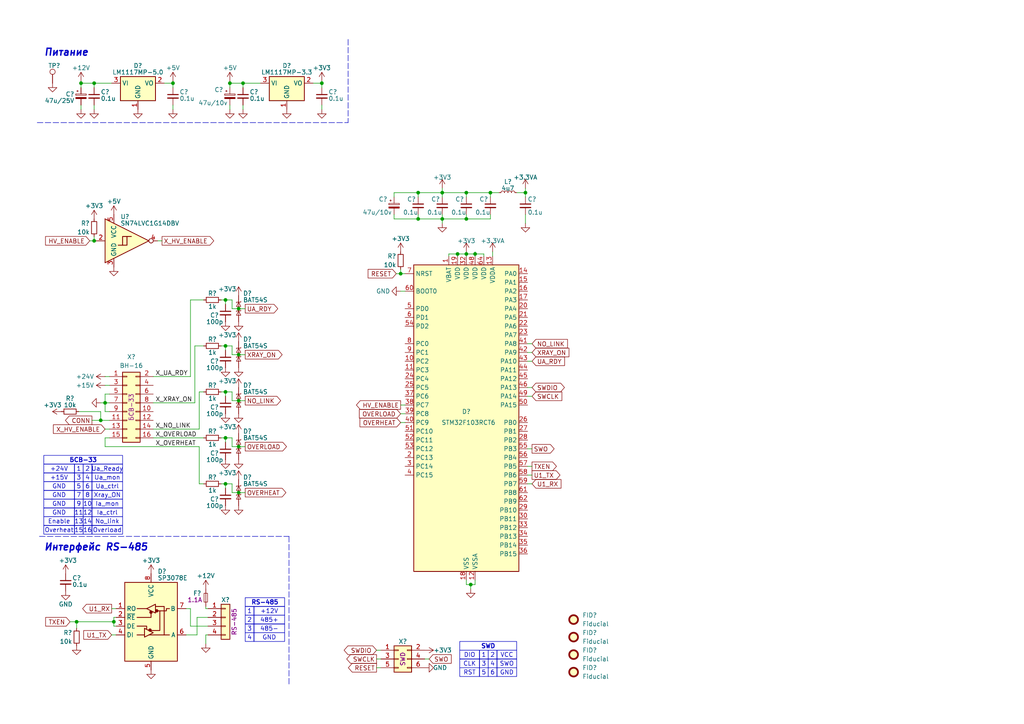
<source format=kicad_sch>
(kicad_sch
	(version 20231120)
	(generator "eeschema")
	(generator_version "8.0")
	(uuid "6c65de10-338a-453a-825b-2efbb4a3a4c6")
	(paper "A4")
	(title_block
		(title "RS485_BSV")
		(rev "1")
		(company "ООО \"Экросхим\"")
		(comment 1 "Антон Мухин")
	)
	
	(junction
		(at 136.525 169.545)
		(diameter 0)
		(color 0 0 0 0)
		(uuid "028f75c9-d258-4904-87ba-7069c7214d14")
	)
	(junction
		(at 152.4 55.88)
		(diameter 0)
		(color 0 0 0 0)
		(uuid "1567a187-8bba-4052-b369-9b3cccca3c0c")
	)
	(junction
		(at 70.485 24.13)
		(diameter 0)
		(color 0 0 0 0)
		(uuid "1fda85d9-9523-4a24-84ad-7129a5d4dab0")
	)
	(junction
		(at 69.215 129.54)
		(diameter 0)
		(color 0 0 0 0)
		(uuid "2a17aedd-31ad-4930-be04-0e5dd93fdc58")
	)
	(junction
		(at 116.205 79.375)
		(diameter 0)
		(color 0 0 0 0)
		(uuid "32c8fb3e-6757-4004-88a6-eab9fc4c266b")
	)
	(junction
		(at 27.305 24.13)
		(diameter 0)
		(color 0 0 0 0)
		(uuid "3963be55-fe21-4423-971b-cfd39aaf920f")
	)
	(junction
		(at 69.215 102.87)
		(diameter 0)
		(color 0 0 0 0)
		(uuid "39ad3b18-dabd-4482-8625-2e1970e1c579")
	)
	(junction
		(at 135.255 63.5)
		(diameter 0)
		(color 0 0 0 0)
		(uuid "3a9cc08f-ae2d-48fc-b254-d2db11ef9972")
	)
	(junction
		(at 128.27 55.88)
		(diameter 0)
		(color 0 0 0 0)
		(uuid "5342a01d-1005-4fb1-a972-4610f611c9b7")
	)
	(junction
		(at 65.405 140.335)
		(diameter 0)
		(color 0 0 0 0)
		(uuid "535ad066-6b0e-46e2-8801-214176aa0a5f")
	)
	(junction
		(at 69.215 89.535)
		(diameter 0)
		(color 0 0 0 0)
		(uuid "5a29dc6e-11ad-4d6b-84c0-3c3d383c1aa8")
	)
	(junction
		(at 65.405 113.665)
		(diameter 0)
		(color 0 0 0 0)
		(uuid "67f54780-34b0-4707-b6d2-06679fa8529f")
	)
	(junction
		(at 65.405 100.33)
		(diameter 0)
		(color 0 0 0 0)
		(uuid "7d53c3ef-ba5f-43fc-b2f7-56efdf61d9f5")
	)
	(junction
		(at 23.495 24.13)
		(diameter 0)
		(color 0 0 0 0)
		(uuid "832a5b57-9a12-42fb-ab0f-df4a71c69ea8")
	)
	(junction
		(at 135.255 73.66)
		(diameter 0)
		(color 0 0 0 0)
		(uuid "8f86a596-ff74-4806-93b1-b29436112164")
	)
	(junction
		(at 69.215 142.875)
		(diameter 0)
		(color 0 0 0 0)
		(uuid "9022db8d-4b75-4522-9472-750c0ec0164e")
	)
	(junction
		(at 66.675 24.13)
		(diameter 0)
		(color 0 0 0 0)
		(uuid "98a80fd5-ad61-477b-a0b1-ba8de1e33e9a")
	)
	(junction
		(at 137.795 73.66)
		(diameter 0)
		(color 0 0 0 0)
		(uuid "98c818b3-c907-492f-bf54-a5f90559103f")
	)
	(junction
		(at 69.215 116.205)
		(diameter 0)
		(color 0 0 0 0)
		(uuid "9d203400-e902-4760-bb7a-ada64c19b417")
	)
	(junction
		(at 128.27 63.5)
		(diameter 0)
		(color 0 0 0 0)
		(uuid "9d6e2cec-0cc1-4115-9da8-33730489b371")
	)
	(junction
		(at 65.405 127)
		(diameter 0)
		(color 0 0 0 0)
		(uuid "a9e8073f-31a6-45fa-b1c5-2d6686822aa2")
	)
	(junction
		(at 121.285 63.5)
		(diameter 0)
		(color 0 0 0 0)
		(uuid "aed9a682-19c4-4da4-8319-d7e2b1c5341d")
	)
	(junction
		(at 30.48 116.84)
		(diameter 0)
		(color 0 0 0 0)
		(uuid "afb1c2bd-c571-477b-bac6-88400d2931aa")
	)
	(junction
		(at 65.405 86.995)
		(diameter 0)
		(color 0 0 0 0)
		(uuid "b07be636-9cd6-4689-8a5f-8bee901a1dda")
	)
	(junction
		(at 132.715 73.66)
		(diameter 0)
		(color 0 0 0 0)
		(uuid "b1935ccc-60df-4dc2-bff0-9e97b19f7588")
	)
	(junction
		(at 33.02 180.34)
		(diameter 0)
		(color 0 0 0 0)
		(uuid "b7de33cc-5682-4dfe-a67d-ab598523ae35")
	)
	(junction
		(at 50.165 24.13)
		(diameter 0)
		(color 0 0 0 0)
		(uuid "c4156526-00b3-4594-83fb-a9a66578b3b5")
	)
	(junction
		(at 135.255 55.88)
		(diameter 0)
		(color 0 0 0 0)
		(uuid "c9ea5cbe-0d13-4af9-95ab-000eaf1c7952")
	)
	(junction
		(at 27.305 69.85)
		(diameter 0)
		(color 0 0 0 0)
		(uuid "cd3b18f8-8010-4fd8-936d-db7c82bd64ec")
	)
	(junction
		(at 22.225 180.34)
		(diameter 0)
		(color 0 0 0 0)
		(uuid "d7a8f334-bd8b-4096-b721-5bc833248303")
	)
	(junction
		(at 93.345 24.13)
		(diameter 0)
		(color 0 0 0 0)
		(uuid "e06691ed-a425-4955-8b27-5e0d25eca17f")
	)
	(junction
		(at 142.24 55.88)
		(diameter 0)
		(color 0 0 0 0)
		(uuid "e43ab1a2-4521-41b1-be9a-3c4c2df6ac5d")
	)
	(junction
		(at 29.21 121.92)
		(diameter 0)
		(color 0 0 0 0)
		(uuid "ec8ac502-bb61-4208-aea8-78bf70b8df69")
	)
	(junction
		(at 121.285 55.88)
		(diameter 0)
		(color 0 0 0 0)
		(uuid "f5c0138d-f900-4f37-9ef6-cf6157ebb2db")
	)
	(wire
		(pts
			(xy 149.86 55.88) (xy 152.4 55.88)
		)
		(stroke
			(width 0)
			(type default)
		)
		(uuid "00ab969e-01c4-4f55-87f9-63185d980561")
	)
	(wire
		(pts
			(xy 121.285 62.23) (xy 121.285 63.5)
		)
		(stroke
			(width 0)
			(type default)
		)
		(uuid "0120f516-63ba-4324-b199-b5702a054add")
	)
	(wire
		(pts
			(xy 44.45 116.84) (xy 56.515 116.84)
		)
		(stroke
			(width 0)
			(type default)
		)
		(uuid "02ff17cc-cabb-4a80-a9eb-cc5427d3b016")
	)
	(wire
		(pts
			(xy 22.225 180.34) (xy 33.02 180.34)
		)
		(stroke
			(width 0)
			(type default)
		)
		(uuid "07ca210d-0b0e-4478-85a6-e45d31b2d61e")
	)
	(wire
		(pts
			(xy 22.86 119.38) (xy 29.21 119.38)
		)
		(stroke
			(width 0)
			(type default)
		)
		(uuid "08b687f4-e738-4a26-8133-719e69c9e5e0")
	)
	(wire
		(pts
			(xy 114.3 63.5) (xy 121.285 63.5)
		)
		(stroke
			(width 0)
			(type default)
		)
		(uuid "0d2ff679-8ae8-4bdd-9f5e-ca0628151861")
	)
	(wire
		(pts
			(xy 65.405 86.995) (xy 65.405 88.265)
		)
		(stroke
			(width 0)
			(type default)
		)
		(uuid "109ebf84-39af-40d8-b2b8-902b4510475c")
	)
	(wire
		(pts
			(xy 29.21 121.92) (xy 31.75 121.92)
		)
		(stroke
			(width 0)
			(type default)
		)
		(uuid "10cf2491-d83d-4617-bed4-5b934480418c")
	)
	(wire
		(pts
			(xy 29.21 119.38) (xy 29.21 121.92)
		)
		(stroke
			(width 0)
			(type default)
		)
		(uuid "116ffab9-c76e-4c64-84a6-f00597755a63")
	)
	(wire
		(pts
			(xy 57.785 140.335) (xy 59.055 140.335)
		)
		(stroke
			(width 0)
			(type default)
		)
		(uuid "123ceee3-aa74-4d8c-a260-a89c875d2d3c")
	)
	(wire
		(pts
			(xy 67.31 140.335) (xy 67.31 142.875)
		)
		(stroke
			(width 0)
			(type default)
		)
		(uuid "126e0a17-6b55-44b1-81cf-06ce515e6879")
	)
	(wire
		(pts
			(xy 128.27 63.5) (xy 135.255 63.5)
		)
		(stroke
			(width 0)
			(type default)
		)
		(uuid "12aa7981-3085-4e9b-86f6-77324a7d76d4")
	)
	(wire
		(pts
			(xy 57.785 129.54) (xy 57.785 140.335)
		)
		(stroke
			(width 0)
			(type default)
		)
		(uuid "15292b7c-784c-472e-8726-336a2f3535eb")
	)
	(wire
		(pts
			(xy 135.255 73.66) (xy 135.255 74.295)
		)
		(stroke
			(width 0)
			(type default)
		)
		(uuid "169de1a7-00ef-406a-b7fa-32c8b46ed547")
	)
	(wire
		(pts
			(xy 65.405 86.995) (xy 67.31 86.995)
		)
		(stroke
			(width 0)
			(type default)
		)
		(uuid "16f9da02-648f-41fb-9b93-897054cef84a")
	)
	(wire
		(pts
			(xy 121.285 57.15) (xy 121.285 55.88)
		)
		(stroke
			(width 0)
			(type default)
		)
		(uuid "18f521a5-89f2-48db-a66c-f4e985c507c8")
	)
	(wire
		(pts
			(xy 154.305 114.935) (xy 153.035 114.935)
		)
		(stroke
			(width 0)
			(type default)
		)
		(uuid "1c19cca2-fa12-423a-9bff-ed125c1b5f2d")
	)
	(wire
		(pts
			(xy 55.245 176.53) (xy 53.975 176.53)
		)
		(stroke
			(width 0)
			(type default)
		)
		(uuid "1c98e589-8088-4e25-9852-25cdb3b570ee")
	)
	(wire
		(pts
			(xy 116.205 78.105) (xy 116.205 79.375)
		)
		(stroke
			(width 0)
			(type default)
		)
		(uuid "1cdcd346-4185-4320-9335-911a61e0d060")
	)
	(wire
		(pts
			(xy 142.875 73.025) (xy 142.875 74.295)
		)
		(stroke
			(width 0)
			(type default)
		)
		(uuid "1d8480ea-cc42-41f9-8989-432af4c49db0")
	)
	(wire
		(pts
			(xy 44.45 109.22) (xy 55.245 109.22)
		)
		(stroke
			(width 0)
			(type default)
		)
		(uuid "20f2311b-0ea2-448f-91b5-de31e2be8193")
	)
	(wire
		(pts
			(xy 33.02 181.61) (xy 33.02 180.34)
		)
		(stroke
			(width 0)
			(type default)
		)
		(uuid "22d48507-04b2-4c8c-b466-9bf5686dfde7")
	)
	(wire
		(pts
			(xy 65.405 100.33) (xy 65.405 101.6)
		)
		(stroke
			(width 0)
			(type default)
		)
		(uuid "246ea579-7ec1-41df-8092-707961c507bc")
	)
	(wire
		(pts
			(xy 140.335 73.66) (xy 137.795 73.66)
		)
		(stroke
			(width 0)
			(type default)
		)
		(uuid "257fad00-78c6-43bf-a1fb-f2a05a440c5d")
	)
	(wire
		(pts
			(xy 33.02 180.34) (xy 33.02 179.07)
		)
		(stroke
			(width 0)
			(type default)
		)
		(uuid "26b3038a-025c-4bf4-935e-1a3ec7a94c9e")
	)
	(wire
		(pts
			(xy 55.245 109.22) (xy 55.245 86.995)
		)
		(stroke
			(width 0)
			(type default)
		)
		(uuid "2774e1f2-cd0a-4ff5-9c9d-c6c527cc4fdb")
	)
	(wire
		(pts
			(xy 69.215 142.875) (xy 71.12 142.875)
		)
		(stroke
			(width 0)
			(type default)
		)
		(uuid "282e39d4-1419-4d67-804c-3d536eea48e6")
	)
	(wire
		(pts
			(xy 116.205 122.555) (xy 117.475 122.555)
		)
		(stroke
			(width 0)
			(type default)
		)
		(uuid "28a8c4f7-7fd3-4bdd-b72d-2e8ead6a510b")
	)
	(wire
		(pts
			(xy 23.495 24.13) (xy 23.495 25.4)
		)
		(stroke
			(width 0)
			(type default)
		)
		(uuid "29477350-ba2d-4101-9b98-0886c6972ee3")
	)
	(wire
		(pts
			(xy 136.525 169.545) (xy 137.795 169.545)
		)
		(stroke
			(width 0)
			(type default)
		)
		(uuid "294c1c53-d512-4124-9a28-dca73b847fed")
	)
	(wire
		(pts
			(xy 59.69 184.15) (xy 59.69 186.69)
		)
		(stroke
			(width 0)
			(type default)
		)
		(uuid "29ab4b1d-41d8-4ed9-ae4f-f8172922f126")
	)
	(wire
		(pts
			(xy 65.405 140.335) (xy 67.31 140.335)
		)
		(stroke
			(width 0)
			(type default)
		)
		(uuid "29ed41a2-2149-423b-af84-ae9bef1b73f3")
	)
	(wire
		(pts
			(xy 140.335 74.295) (xy 140.335 73.66)
		)
		(stroke
			(width 0)
			(type default)
		)
		(uuid "2e26ea72-adb4-4c73-a9c4-72efb21129f2")
	)
	(wire
		(pts
			(xy 135.255 169.545) (xy 136.525 169.545)
		)
		(stroke
			(width 0)
			(type default)
		)
		(uuid "3431d044-4a42-4082-8ab6-ce4445dff65c")
	)
	(wire
		(pts
			(xy 154.305 104.775) (xy 153.035 104.775)
		)
		(stroke
			(width 0)
			(type default)
		)
		(uuid "3626f021-d722-45fb-bb0d-585a27f61b87")
	)
	(wire
		(pts
			(xy 56.515 116.84) (xy 56.515 100.33)
		)
		(stroke
			(width 0)
			(type default)
		)
		(uuid "3a0700d5-75eb-45ba-9705-693a18f52b5f")
	)
	(wire
		(pts
			(xy 154.305 135.255) (xy 153.035 135.255)
		)
		(stroke
			(width 0)
			(type default)
		)
		(uuid "3af111f2-1320-4e8a-a2b9-fa77ff94adee")
	)
	(wire
		(pts
			(xy 55.245 181.61) (xy 55.245 176.53)
		)
		(stroke
			(width 0)
			(type default)
		)
		(uuid "3be12580-f0b9-4f9a-8e65-247437f22b84")
	)
	(wire
		(pts
			(xy 65.405 127) (xy 65.405 128.27)
		)
		(stroke
			(width 0)
			(type default)
		)
		(uuid "3f9707de-0277-44de-b34b-8ef5f5792c7b")
	)
	(wire
		(pts
			(xy 70.485 24.13) (xy 75.565 24.13)
		)
		(stroke
			(width 0)
			(type default)
		)
		(uuid "3f9cb76a-2267-44d6-9545-e1568dde90e4")
	)
	(wire
		(pts
			(xy 30.48 124.46) (xy 31.75 124.46)
		)
		(stroke
			(width 0)
			(type default)
		)
		(uuid "3fb8f159-7f0c-4c6a-a11f-b6a2fcaa96c3")
	)
	(wire
		(pts
			(xy 135.255 55.88) (xy 135.255 57.15)
		)
		(stroke
			(width 0)
			(type default)
		)
		(uuid "3ff66be5-24ea-4167-a6df-b4a2b886dd46")
	)
	(wire
		(pts
			(xy 50.165 23.495) (xy 50.165 24.13)
		)
		(stroke
			(width 0)
			(type default)
		)
		(uuid "405f1fc8-3803-41df-8be6-472c54d228d9")
	)
	(wire
		(pts
			(xy 66.675 30.48) (xy 66.675 31.75)
		)
		(stroke
			(width 0)
			(type default)
		)
		(uuid "4127633f-2b4e-48b4-888f-ec6eb116ffcb")
	)
	(wire
		(pts
			(xy 128.27 55.88) (xy 135.255 55.88)
		)
		(stroke
			(width 0)
			(type default)
		)
		(uuid "434c2c7e-8ae7-422d-a3a2-a6529f214ef7")
	)
	(wire
		(pts
			(xy 114.3 62.23) (xy 114.3 63.5)
		)
		(stroke
			(width 0)
			(type default)
		)
		(uuid "436076e8-1a33-4455-9338-cdf13e2ee2a3")
	)
	(wire
		(pts
			(xy 154.305 130.175) (xy 153.035 130.175)
		)
		(stroke
			(width 0)
			(type default)
		)
		(uuid "43e98e1d-627b-4e12-a0cc-b2e6dbcfeec3")
	)
	(wire
		(pts
			(xy 114.935 79.375) (xy 116.205 79.375)
		)
		(stroke
			(width 0)
			(type default)
		)
		(uuid "44198ad6-4707-4e39-a1fa-3c4f509dd8e3")
	)
	(wire
		(pts
			(xy 55.245 86.995) (xy 59.055 86.995)
		)
		(stroke
			(width 0)
			(type default)
		)
		(uuid "44a9906e-0fa8-4a6b-a9f5-db31672d35a2")
	)
	(wire
		(pts
			(xy 27.305 30.48) (xy 27.305 31.75)
		)
		(stroke
			(width 0)
			(type default)
		)
		(uuid "47d76363-4b09-41f9-8462-c23d5e2ea01c")
	)
	(wire
		(pts
			(xy 30.48 129.54) (xy 57.785 129.54)
		)
		(stroke
			(width 0)
			(type default)
		)
		(uuid "49062658-0ece-440f-bd23-b6051fc4a04b")
	)
	(wire
		(pts
			(xy 137.795 73.66) (xy 137.795 74.295)
		)
		(stroke
			(width 0)
			(type default)
		)
		(uuid "4924dcca-4e49-4602-b164-890b5f1a8147")
	)
	(wire
		(pts
			(xy 142.24 55.88) (xy 144.78 55.88)
		)
		(stroke
			(width 0)
			(type default)
		)
		(uuid "4b1c8ad5-e9d6-49cf-ba0d-2cc27bfa567c")
	)
	(wire
		(pts
			(xy 22.225 180.34) (xy 22.225 182.245)
		)
		(stroke
			(width 0)
			(type default)
		)
		(uuid "4c8f2735-0a5d-4f74-8ab0-060ef8618276")
	)
	(wire
		(pts
			(xy 32.385 184.15) (xy 33.655 184.15)
		)
		(stroke
			(width 0)
			(type default)
		)
		(uuid "4d0e9eca-f909-4d51-ace3-2e44406d477e")
	)
	(wire
		(pts
			(xy 137.795 73.66) (xy 137.795 73.025)
		)
		(stroke
			(width 0)
			(type default)
		)
		(uuid "4ead465d-48ce-40b9-a1fd-a1e2992c4517")
	)
	(wire
		(pts
			(xy 69.215 89.535) (xy 71.12 89.535)
		)
		(stroke
			(width 0)
			(type default)
		)
		(uuid "4f0ee174-0796-47f7-98d3-0cc809dff7d0")
	)
	(wire
		(pts
			(xy 30.48 114.3) (xy 30.48 116.84)
		)
		(stroke
			(width 0)
			(type default)
		)
		(uuid "4f3e722f-5229-434b-91ec-eb65cfaa254f")
	)
	(wire
		(pts
			(xy 116.205 120.015) (xy 117.475 120.015)
		)
		(stroke
			(width 0)
			(type default)
		)
		(uuid "4f42b17d-4e36-46df-be16-4a783e530eb4")
	)
	(wire
		(pts
			(xy 116.205 117.475) (xy 117.475 117.475)
		)
		(stroke
			(width 0)
			(type default)
		)
		(uuid "543ed86d-1f2e-4065-943e-062d474e22e0")
	)
	(wire
		(pts
			(xy 23.495 30.48) (xy 23.495 31.75)
		)
		(stroke
			(width 0)
			(type default)
		)
		(uuid "54f48156-f5c5-462a-afce-837484d58336")
	)
	(wire
		(pts
			(xy 20.32 180.34) (xy 22.225 180.34)
		)
		(stroke
			(width 0)
			(type default)
		)
		(uuid "595b327d-f7eb-49d4-97f4-76660524596e")
	)
	(wire
		(pts
			(xy 66.675 24.13) (xy 70.485 24.13)
		)
		(stroke
			(width 0)
			(type default)
		)
		(uuid "5a6c482f-6dec-474e-b953-9e5ac277e666")
	)
	(wire
		(pts
			(xy 50.165 24.13) (xy 50.165 25.4)
		)
		(stroke
			(width 0)
			(type default)
		)
		(uuid "5a713af7-24ca-4e06-8559-aa7b62b20af2")
	)
	(wire
		(pts
			(xy 64.135 86.995) (xy 65.405 86.995)
		)
		(stroke
			(width 0)
			(type default)
		)
		(uuid "5c7b0d04-1f63-49ac-8d65-5a54acee3cae")
	)
	(wire
		(pts
			(xy 33.02 179.07) (xy 33.655 179.07)
		)
		(stroke
			(width 0)
			(type default)
		)
		(uuid "5eaa968b-7fa3-4ccd-a07f-55d66a721ad7")
	)
	(wire
		(pts
			(xy 60.325 184.15) (xy 59.69 184.15)
		)
		(stroke
			(width 0)
			(type default)
		)
		(uuid "5eea3b24-38a7-40d0-8fe7-64899bc7bce6")
	)
	(wire
		(pts
			(xy 66.675 23.495) (xy 66.675 24.13)
		)
		(stroke
			(width 0)
			(type default)
		)
		(uuid "6168fb25-51c6-482b-a1af-7678e0299146")
	)
	(wire
		(pts
			(xy 26.67 121.92) (xy 29.21 121.92)
		)
		(stroke
			(width 0)
			(type default)
		)
		(uuid "61f2ceb5-0a1f-4a36-ad68-8b76ff5b12d6")
	)
	(wire
		(pts
			(xy 132.715 73.66) (xy 135.255 73.66)
		)
		(stroke
			(width 0)
			(type default)
		)
		(uuid "62dcb93a-9e5a-4711-9ca6-c6a6b7e02fa3")
	)
	(wire
		(pts
			(xy 66.675 24.13) (xy 66.675 25.4)
		)
		(stroke
			(width 0)
			(type default)
		)
		(uuid "63929f55-c5bc-43ee-b383-d5dd9b98ab47")
	)
	(wire
		(pts
			(xy 27.305 68.58) (xy 27.305 69.85)
		)
		(stroke
			(width 0)
			(type default)
		)
		(uuid "63b92061-f9c5-49e7-8f2d-e47df135eb58")
	)
	(wire
		(pts
			(xy 128.27 63.5) (xy 128.27 64.77)
		)
		(stroke
			(width 0)
			(type default)
		)
		(uuid "65bd03f9-5879-4de9-a6ca-444babbb7b77")
	)
	(wire
		(pts
			(xy 135.255 168.275) (xy 135.255 169.545)
		)
		(stroke
			(width 0)
			(type default)
		)
		(uuid "662b6f59-2f59-4463-b6d8-d6dae922be71")
	)
	(wire
		(pts
			(xy 152.4 55.88) (xy 152.4 57.15)
		)
		(stroke
			(width 0)
			(type default)
		)
		(uuid "6b4b33fa-3897-4975-80b2-a76b5f4e9601")
	)
	(wire
		(pts
			(xy 67.31 116.205) (xy 69.215 116.205)
		)
		(stroke
			(width 0)
			(type default)
		)
		(uuid "6c0cf430-cc6a-4df9-af6f-4ab0db903bc9")
	)
	(wire
		(pts
			(xy 135.255 55.88) (xy 142.24 55.88)
		)
		(stroke
			(width 0)
			(type default)
		)
		(uuid "6cdc5052-f493-476d-b875-c324a995d250")
	)
	(wire
		(pts
			(xy 154.305 102.235) (xy 153.035 102.235)
		)
		(stroke
			(width 0)
			(type default)
		)
		(uuid "6d4488a9-c091-4f54-8d80-0547589c308d")
	)
	(wire
		(pts
			(xy 27.305 24.13) (xy 27.305 25.4)
		)
		(stroke
			(width 0)
			(type default)
		)
		(uuid "6e1d38e5-f108-4f20-9306-189824015f54")
	)
	(wire
		(pts
			(xy 109.22 193.675) (xy 110.49 193.675)
		)
		(stroke
			(width 0)
			(type default)
		)
		(uuid "70f6b2e5-e6c8-4e74-9f86-1455af68b125")
	)
	(wire
		(pts
			(xy 44.45 124.46) (xy 57.785 124.46)
		)
		(stroke
			(width 0)
			(type default)
		)
		(uuid "717bdc0a-35b3-481a-a5e8-37401a360ed6")
	)
	(wire
		(pts
			(xy 142.24 63.5) (xy 135.255 63.5)
		)
		(stroke
			(width 0)
			(type default)
		)
		(uuid "726174b1-fa69-44bb-97ef-dba00cfe3485")
	)
	(wire
		(pts
			(xy 93.345 23.495) (xy 93.345 24.13)
		)
		(stroke
			(width 0)
			(type default)
		)
		(uuid "74ae7b38-ad23-4fe1-b91e-72ef46d7711b")
	)
	(wire
		(pts
			(xy 27.305 24.13) (xy 32.385 24.13)
		)
		(stroke
			(width 0)
			(type default)
		)
		(uuid "754f1186-bde7-490b-9e92-83b0a5eaf3f8")
	)
	(wire
		(pts
			(xy 67.31 113.665) (xy 67.31 116.205)
		)
		(stroke
			(width 0)
			(type default)
		)
		(uuid "7689b993-338d-4cf4-b2a9-e058a6bd9903")
	)
	(wire
		(pts
			(xy 31.75 114.3) (xy 30.48 114.3)
		)
		(stroke
			(width 0)
			(type default)
		)
		(uuid "77e58e46-2a57-4ab9-871e-a3f34200a2e7")
	)
	(wire
		(pts
			(xy 136.525 169.545) (xy 136.525 170.815)
		)
		(stroke
			(width 0)
			(type default)
		)
		(uuid "7c186d42-c4f7-4e46-a0ed-de0ec3040def")
	)
	(wire
		(pts
			(xy 114.3 55.88) (xy 121.285 55.88)
		)
		(stroke
			(width 0)
			(type default)
		)
		(uuid "7dad14bf-7faa-4b4f-be81-7b9410168bc7")
	)
	(wire
		(pts
			(xy 69.215 102.87) (xy 71.12 102.87)
		)
		(stroke
			(width 0)
			(type default)
		)
		(uuid "800cad31-24c7-4dbc-8564-8732ccde8423")
	)
	(wire
		(pts
			(xy 121.285 55.88) (xy 128.27 55.88)
		)
		(stroke
			(width 0)
			(type default)
		)
		(uuid "86ddb51e-7eb3-40c7-b336-094997b2d7b6")
	)
	(wire
		(pts
			(xy 59.69 176.53) (xy 59.69 175.895)
		)
		(stroke
			(width 0)
			(type default)
		)
		(uuid "892999ef-45e6-4b2b-8f9d-889eaa10805f")
	)
	(wire
		(pts
			(xy 70.485 30.48) (xy 70.485 31.75)
		)
		(stroke
			(width 0)
			(type default)
		)
		(uuid "8af6902a-3eec-4605-b4dc-1230078d6a1c")
	)
	(wire
		(pts
			(xy 121.285 63.5) (xy 128.27 63.5)
		)
		(stroke
			(width 0)
			(type default)
		)
		(uuid "8cd34a9c-b9d9-4042-8775-9b5fdc40888f")
	)
	(polyline
		(pts
			(xy 10.795 35.56) (xy 100.965 35.56)
		)
		(stroke
			(width 0)
			(type dash)
		)
		(uuid "8cdeea59-69e9-406f-8e52-aab2e0cd13e2")
	)
	(wire
		(pts
			(xy 93.345 30.48) (xy 93.345 31.75)
		)
		(stroke
			(width 0)
			(type default)
		)
		(uuid "8fd60d4a-7cdf-467e-87af-88f2faaaf72b")
	)
	(polyline
		(pts
			(xy 100.965 11.43) (xy 100.965 35.56)
		)
		(stroke
			(width 0)
			(type dash)
		)
		(uuid "91083e9f-f526-4275-a3f8-958d6db62c99")
	)
	(wire
		(pts
			(xy 56.515 100.33) (xy 59.055 100.33)
		)
		(stroke
			(width 0)
			(type default)
		)
		(uuid "941228af-a63d-4785-966c-5c369b3cc37f")
	)
	(wire
		(pts
			(xy 90.805 24.13) (xy 93.345 24.13)
		)
		(stroke
			(width 0)
			(type default)
		)
		(uuid "9431a207-e6de-4b49-8250-e0d318613a87")
	)
	(wire
		(pts
			(xy 26.035 69.85) (xy 27.305 69.85)
		)
		(stroke
			(width 0)
			(type default)
		)
		(uuid "9431bb8f-672a-4dc1-82be-c0c6934779f5")
	)
	(wire
		(pts
			(xy 30.48 127) (xy 31.75 127)
		)
		(stroke
			(width 0)
			(type default)
		)
		(uuid "955985ee-a0e3-4190-8b37-80071c6c30d0")
	)
	(wire
		(pts
			(xy 69.215 129.54) (xy 71.12 129.54)
		)
		(stroke
			(width 0)
			(type default)
		)
		(uuid "988b9f46-eea6-4f4f-8184-fbfd7f5707bc")
	)
	(wire
		(pts
			(xy 130.175 74.295) (xy 130.175 73.66)
		)
		(stroke
			(width 0)
			(type default)
		)
		(uuid "98c32aed-aea8-4e4b-a44b-b9cbe7a913b6")
	)
	(polyline
		(pts
			(xy 83.82 155.575) (xy 83.82 198.755)
		)
		(stroke
			(width 0)
			(type dash)
		)
		(uuid "9a4d8d16-de5c-468a-bbe6-3724f491ab59")
	)
	(wire
		(pts
			(xy 45.72 69.85) (xy 46.99 69.85)
		)
		(stroke
			(width 0)
			(type default)
		)
		(uuid "9c394110-cbc8-40e9-ac9b-56662f693d6c")
	)
	(wire
		(pts
			(xy 47.625 24.13) (xy 50.165 24.13)
		)
		(stroke
			(width 0)
			(type default)
		)
		(uuid "9d008221-8568-4a3c-903a-e24e49aa3b93")
	)
	(wire
		(pts
			(xy 30.48 116.84) (xy 30.48 119.38)
		)
		(stroke
			(width 0)
			(type default)
		)
		(uuid "9d6e0256-3aab-4d58-955c-339966661561")
	)
	(wire
		(pts
			(xy 69.215 116.205) (xy 71.12 116.205)
		)
		(stroke
			(width 0)
			(type default)
		)
		(uuid "a346d19a-b485-48c8-9806-4904b3609964")
	)
	(wire
		(pts
			(xy 154.305 112.395) (xy 153.035 112.395)
		)
		(stroke
			(width 0)
			(type default)
		)
		(uuid "a55d5f81-399c-45c3-a62b-5f2422607b10")
	)
	(wire
		(pts
			(xy 128.27 62.23) (xy 128.27 63.5)
		)
		(stroke
			(width 0)
			(type default)
		)
		(uuid "a64e5690-a648-4595-a65f-f09f1e1b8f35")
	)
	(wire
		(pts
			(xy 70.485 24.13) (xy 70.485 25.4)
		)
		(stroke
			(width 0)
			(type default)
		)
		(uuid "a68e677a-c72a-4a79-8ccf-7cb88f1c6502")
	)
	(wire
		(pts
			(xy 154.305 137.795) (xy 153.035 137.795)
		)
		(stroke
			(width 0)
			(type default)
		)
		(uuid "a8cc253c-f411-4faf-b5cd-b6801b848639")
	)
	(wire
		(pts
			(xy 93.345 24.13) (xy 93.345 25.4)
		)
		(stroke
			(width 0)
			(type default)
		)
		(uuid "a8e36373-53a2-4cec-a1b6-b2a9a3e08d9e")
	)
	(wire
		(pts
			(xy 137.795 169.545) (xy 137.795 168.275)
		)
		(stroke
			(width 0)
			(type default)
		)
		(uuid "a98f401c-3cc3-408c-858d-6753e595d7f1")
	)
	(wire
		(pts
			(xy 27.305 69.85) (xy 27.94 69.85)
		)
		(stroke
			(width 0)
			(type default)
		)
		(uuid "aacd71f4-9ccc-4ceb-a65a-9072247c0a65")
	)
	(wire
		(pts
			(xy 30.48 109.22) (xy 31.75 109.22)
		)
		(stroke
			(width 0)
			(type default)
		)
		(uuid "ac989f43-1aa6-48d9-89f5-f735cf66f306")
	)
	(wire
		(pts
			(xy 67.31 127) (xy 67.31 129.54)
		)
		(stroke
			(width 0)
			(type default)
		)
		(uuid "ae2a13dd-4882-4657-b18a-faa31aae358e")
	)
	(wire
		(pts
			(xy 67.31 89.535) (xy 69.215 89.535)
		)
		(stroke
			(width 0)
			(type default)
		)
		(uuid "aff26a12-84eb-4fac-8dbd-7324ab91e445")
	)
	(wire
		(pts
			(xy 30.48 119.38) (xy 31.75 119.38)
		)
		(stroke
			(width 0)
			(type default)
		)
		(uuid "b391d2e5-8902-4f96-9401-480bbc50c656")
	)
	(wire
		(pts
			(xy 33.655 181.61) (xy 33.02 181.61)
		)
		(stroke
			(width 0)
			(type default)
		)
		(uuid "b399e230-eb89-4845-9485-d963f9f5ad86")
	)
	(wire
		(pts
			(xy 109.22 188.595) (xy 110.49 188.595)
		)
		(stroke
			(width 0)
			(type default)
		)
		(uuid "b45682b2-5374-4f59-ae8e-cb30fd094542")
	)
	(wire
		(pts
			(xy 23.495 23.495) (xy 23.495 24.13)
		)
		(stroke
			(width 0)
			(type default)
		)
		(uuid "b4aaea85-6ba8-4545-926e-46cc01165340")
	)
	(wire
		(pts
			(xy 124.46 191.135) (xy 123.19 191.135)
		)
		(stroke
			(width 0)
			(type default)
		)
		(uuid "b5176ae0-343f-40fa-a4b1-9f7ae9009028")
	)
	(wire
		(pts
			(xy 128.27 54.61) (xy 128.27 55.88)
		)
		(stroke
			(width 0)
			(type default)
		)
		(uuid "b7561167-5b57-4afa-97ca-a1f902e56f7a")
	)
	(wire
		(pts
			(xy 135.255 63.5) (xy 135.255 62.23)
		)
		(stroke
			(width 0)
			(type default)
		)
		(uuid "bd049f67-173c-44c4-b223-c6256241fa93")
	)
	(wire
		(pts
			(xy 152.4 54.61) (xy 152.4 55.88)
		)
		(stroke
			(width 0)
			(type default)
		)
		(uuid "bee63802-7cc9-4988-b5f2-118132cca226")
	)
	(wire
		(pts
			(xy 65.405 140.335) (xy 65.405 141.605)
		)
		(stroke
			(width 0)
			(type default)
		)
		(uuid "c19c548c-bdfa-459f-9242-c7f451f801eb")
	)
	(wire
		(pts
			(xy 60.325 181.61) (xy 55.245 181.61)
		)
		(stroke
			(width 0)
			(type default)
		)
		(uuid "c4367224-a335-4586-b98c-7e3e4346058f")
	)
	(wire
		(pts
			(xy 30.48 116.84) (xy 31.75 116.84)
		)
		(stroke
			(width 0)
			(type default)
		)
		(uuid "c50ff0f1-f3bd-4c86-96fa-64bff006aea9")
	)
	(wire
		(pts
			(xy 67.31 86.995) (xy 67.31 89.535)
		)
		(stroke
			(width 0)
			(type default)
		)
		(uuid "c53bffc6-57d5-4eba-a986-aade1c813d39")
	)
	(wire
		(pts
			(xy 67.31 129.54) (xy 69.215 129.54)
		)
		(stroke
			(width 0)
			(type default)
		)
		(uuid "c707b628-a891-438b-ad42-b35a3d391e1a")
	)
	(wire
		(pts
			(xy 109.22 191.135) (xy 110.49 191.135)
		)
		(stroke
			(width 0)
			(type default)
		)
		(uuid "c7991ff9-fbd1-4468-adf7-c70a55994883")
	)
	(wire
		(pts
			(xy 64.135 100.33) (xy 65.405 100.33)
		)
		(stroke
			(width 0)
			(type default)
		)
		(uuid "c8b5c9de-c586-47bc-bcef-0baeebc4b07f")
	)
	(wire
		(pts
			(xy 154.305 99.695) (xy 153.035 99.695)
		)
		(stroke
			(width 0)
			(type default)
		)
		(uuid "c9c86a5e-08ce-4160-8b56-4fa0f5662b94")
	)
	(wire
		(pts
			(xy 130.175 73.66) (xy 132.715 73.66)
		)
		(stroke
			(width 0)
			(type default)
		)
		(uuid "ca109472-9b74-4569-a6a9-7015b85cc0a5")
	)
	(wire
		(pts
			(xy 65.405 113.665) (xy 67.31 113.665)
		)
		(stroke
			(width 0)
			(type default)
		)
		(uuid "cbe1b400-233a-4092-9d09-ef51a1be7963")
	)
	(wire
		(pts
			(xy 154.305 140.335) (xy 153.035 140.335)
		)
		(stroke
			(width 0)
			(type default)
		)
		(uuid "cec7b3ec-0a71-4e14-8d8b-f71383e75e16")
	)
	(wire
		(pts
			(xy 132.715 73.66) (xy 132.715 74.295)
		)
		(stroke
			(width 0)
			(type default)
		)
		(uuid "d15f5563-2642-4711-b1eb-acd464f98adb")
	)
	(wire
		(pts
			(xy 114.3 57.15) (xy 114.3 55.88)
		)
		(stroke
			(width 0)
			(type default)
		)
		(uuid "d2120146-0284-4236-95a0-b364e3ac8a0b")
	)
	(wire
		(pts
			(xy 57.15 184.15) (xy 57.15 179.07)
		)
		(stroke
			(width 0)
			(type default)
		)
		(uuid "d24cc861-5527-4e77-81ff-85b298c1abb6")
	)
	(wire
		(pts
			(xy 29.21 116.84) (xy 30.48 116.84)
		)
		(stroke
			(width 0)
			(type default)
		)
		(uuid "d4452c67-0461-49a8-b424-cb041982dd59")
	)
	(wire
		(pts
			(xy 152.4 62.23) (xy 152.4 64.77)
		)
		(stroke
			(width 0)
			(type default)
		)
		(uuid "d45da7d1-5c19-420c-b680-a08b2f8c18bd")
	)
	(wire
		(pts
			(xy 30.48 127) (xy 30.48 129.54)
		)
		(stroke
			(width 0)
			(type default)
		)
		(uuid "d63ef92c-6632-4361-a6a6-404eea719164")
	)
	(wire
		(pts
			(xy 30.48 111.76) (xy 31.75 111.76)
		)
		(stroke
			(width 0)
			(type default)
		)
		(uuid "d6fbbc78-4af1-4e75-bb19-19bba02d6b39")
	)
	(wire
		(pts
			(xy 116.205 79.375) (xy 117.475 79.375)
		)
		(stroke
			(width 0)
			(type default)
		)
		(uuid "d733b3ca-eca0-47d7-aa60-9c8e4edd3b03")
	)
	(wire
		(pts
			(xy 135.255 73.025) (xy 135.255 73.66)
		)
		(stroke
			(width 0)
			(type default)
		)
		(uuid "d8bc8b9f-f1ce-48bc-95e0-00a236415538")
	)
	(wire
		(pts
			(xy 64.135 140.335) (xy 65.405 140.335)
		)
		(stroke
			(width 0)
			(type default)
		)
		(uuid "df8257e8-646f-4526-b47f-4b1e29133c0f")
	)
	(wire
		(pts
			(xy 142.24 62.23) (xy 142.24 63.5)
		)
		(stroke
			(width 0)
			(type default)
		)
		(uuid "dfe8425d-542e-4acc-919b-a89fed53233a")
	)
	(wire
		(pts
			(xy 64.135 127) (xy 65.405 127)
		)
		(stroke
			(width 0)
			(type default)
		)
		(uuid "e044d762-fe11-4332-b3c1-b4b21eb2fda4")
	)
	(wire
		(pts
			(xy 67.31 142.875) (xy 69.215 142.875)
		)
		(stroke
			(width 0)
			(type default)
		)
		(uuid "e05aef01-c13c-4e6d-8526-6f8e663991f8")
	)
	(wire
		(pts
			(xy 57.785 113.665) (xy 59.055 113.665)
		)
		(stroke
			(width 0)
			(type default)
		)
		(uuid "e0996c9d-f4d6-4b91-b460-3daeef7653a5")
	)
	(wire
		(pts
			(xy 53.975 184.15) (xy 57.15 184.15)
		)
		(stroke
			(width 0)
			(type default)
		)
		(uuid "e1b039a9-3bfd-4269-b72f-9f57530882d3")
	)
	(wire
		(pts
			(xy 135.255 73.66) (xy 137.795 73.66)
		)
		(stroke
			(width 0)
			(type default)
		)
		(uuid "e235916b-dd09-4415-958b-19d13dd64445")
	)
	(wire
		(pts
			(xy 23.495 24.13) (xy 27.305 24.13)
		)
		(stroke
			(width 0)
			(type default)
		)
		(uuid "e38d3201-88ec-4100-845e-0a1b31f88b9f")
	)
	(wire
		(pts
			(xy 57.15 179.07) (xy 60.325 179.07)
		)
		(stroke
			(width 0)
			(type default)
		)
		(uuid "e55a95ed-dd14-44b2-9303-c6bdd6d58ac0")
	)
	(wire
		(pts
			(xy 44.45 127) (xy 59.055 127)
		)
		(stroke
			(width 0)
			(type default)
		)
		(uuid "e6c610e6-2a87-4ece-9f83-4b38c45fb583")
	)
	(wire
		(pts
			(xy 65.405 127) (xy 67.31 127)
		)
		(stroke
			(width 0)
			(type default)
		)
		(uuid "e74ba1c7-df9b-4904-9fc8-acccdfde3603")
	)
	(wire
		(pts
			(xy 128.27 55.88) (xy 128.27 57.15)
		)
		(stroke
			(width 0)
			(type default)
		)
		(uuid "e76fbf70-41ea-477c-91ca-b5b95c28f9d6")
	)
	(wire
		(pts
			(xy 57.785 124.46) (xy 57.785 113.665)
		)
		(stroke
			(width 0)
			(type default)
		)
		(uuid "e7e5244b-ae66-42a2-9224-386f43d9cc84")
	)
	(wire
		(pts
			(xy 50.165 30.48) (xy 50.165 31.75)
		)
		(stroke
			(width 0)
			(type default)
		)
		(uuid "ebfc2973-0735-4af9-9c7c-1e768096e26e")
	)
	(wire
		(pts
			(xy 116.205 84.455) (xy 117.475 84.455)
		)
		(stroke
			(width 0)
			(type default)
		)
		(uuid "ece2bc8f-d0ba-467e-ba43-c60ac48f896d")
	)
	(wire
		(pts
			(xy 67.31 102.87) (xy 69.215 102.87)
		)
		(stroke
			(width 0)
			(type default)
		)
		(uuid "f018040c-714d-482c-b111-fde77bb9b637")
	)
	(wire
		(pts
			(xy 65.405 113.665) (xy 65.405 114.935)
		)
		(stroke
			(width 0)
			(type default)
		)
		(uuid "f25cb01f-4209-4829-99db-017f5a72c17f")
	)
	(wire
		(pts
			(xy 67.31 100.33) (xy 67.31 102.87)
		)
		(stroke
			(width 0)
			(type default)
		)
		(uuid "f4fc79a6-d428-4306-9ff8-46a82f2d7395")
	)
	(wire
		(pts
			(xy 60.325 176.53) (xy 59.69 176.53)
		)
		(stroke
			(width 0)
			(type default)
		)
		(uuid "f876ab55-8824-4bab-a333-4d8649d1c342")
	)
	(polyline
		(pts
			(xy 11.43 155.575) (xy 83.82 155.575)
		)
		(stroke
			(width 0)
			(type dash)
		)
		(uuid "fa01305e-2a00-4993-bc07-4b5cbb73f72b")
	)
	(wire
		(pts
			(xy 32.385 176.53) (xy 33.655 176.53)
		)
		(stroke
			(width 0)
			(type default)
		)
		(uuid "fa53e65e-ec2a-4dad-8cc8-454f29e51566")
	)
	(wire
		(pts
			(xy 65.405 100.33) (xy 67.31 100.33)
		)
		(stroke
			(width 0)
			(type default)
		)
		(uuid "fa5f54da-666b-4ef8-b876-d71613b68e60")
	)
	(wire
		(pts
			(xy 64.135 113.665) (xy 65.405 113.665)
		)
		(stroke
			(width 0)
			(type default)
		)
		(uuid "fbcf29cd-d01b-4e32-8f86-b872dbdd1ff6")
	)
	(wire
		(pts
			(xy 142.24 55.88) (xy 142.24 57.15)
		)
		(stroke
			(width 0)
			(type default)
		)
		(uuid "fd3e9b3f-f0c5-4c85-89a8-7227f67a64e2")
	)
	(text_box "RS-485"
		(exclude_from_sim no)
		(at 71.12 173.355 0)
		(size 11.43 2.54)
		(stroke
			(width 0)
			(type default)
		)
		(fill
			(type none)
		)
		(effects
			(font
				(size 1.27 1.27)
				(thickness 0.254)
				(bold yes)
			)
		)
		(uuid "00db5b22-47e2-4859-bc70-166435c0bdc8")
	)
	(text_box "12"
		(exclude_from_sim no)
		(at 24.13 147.32 0)
		(size 2.54 2.54)
		(stroke
			(width 0)
			(type default)
		)
		(fill
			(type none)
		)
		(effects
			(font
				(size 1.27 1.27)
			)
		)
		(uuid "023b5302-9e45-44ec-b2d0-1c612fa7214d")
	)
	(text_box "1"
		(exclude_from_sim no)
		(at 71.12 175.895 0)
		(size 2.54 2.54)
		(stroke
			(width 0)
			(type default)
		)
		(fill
			(type none)
		)
		(effects
			(font
				(size 1.27 1.27)
			)
		)
		(uuid "087fefa5-248e-4934-a3e6-7a23deae4696")
	)
	(text_box "Ua_Ready"
		(exclude_from_sim no)
		(at 26.67 134.62 0)
		(size 8.89 2.54)
		(stroke
			(width 0)
			(type default)
		)
		(fill
			(type none)
		)
		(effects
			(font
				(size 1.27 1.27)
			)
		)
		(uuid "0884eff2-c674-474e-95d5-65c3aa33b5f8")
	)
	(text_box "6"
		(exclude_from_sim no)
		(at 141.605 193.675 0)
		(size 2.54 2.54)
		(stroke
			(width 0)
			(type default)
		)
		(fill
			(type none)
		)
		(effects
			(font
				(size 1.27 1.27)
			)
		)
		(uuid "0bda1740-2bd7-40fd-8165-873ddfdd6d1d")
	)
	(text_box "No_link"
		(exclude_from_sim no)
		(at 26.67 149.86 0)
		(size 8.89 2.54)
		(stroke
			(width 0)
			(type default)
		)
		(fill
			(type none)
		)
		(effects
			(font
				(size 1.27 1.27)
			)
		)
		(uuid "0cd4c6d4-a240-43db-b78a-4837597fdf18")
	)
	(text_box "15"
		(exclude_from_sim no)
		(at 21.59 152.4 0)
		(size 2.54 2.54)
		(stroke
			(width 0)
			(type default)
		)
		(fill
			(type none)
		)
		(effects
			(font
				(size 1.27 1.27)
			)
		)
		(uuid "129148ff-3cac-43a6-9093-2b22d8e53fac")
	)
	(text_box "+24V"
		(exclude_from_sim no)
		(at 12.7 134.62 0)
		(size 8.89 2.54)
		(stroke
			(width 0)
			(type default)
		)
		(fill
			(type none)
		)
		(effects
			(font
				(size 1.27 1.27)
			)
		)
		(uuid "153ab432-061e-4ffa-aba2-006b6bdc725d")
	)
	(text_box "SWD"
		(exclude_from_sim no)
		(at 133.35 186.055 0)
		(size 16.51 2.54)
		(stroke
			(width 0)
			(type default)
		)
		(fill
			(type none)
		)
		(effects
			(font
				(size 1.27 1.27)
				(thickness 0.254)
				(bold yes)
			)
		)
		(uuid "16a33410-b78b-498d-a677-22533472ae59")
	)
	(text_box "GND"
		(exclude_from_sim no)
		(at 12.7 139.7 0)
		(size 8.89 2.54)
		(stroke
			(width 0)
			(type default)
		)
		(fill
			(type none)
		)
		(effects
			(font
				(size 1.27 1.27)
			)
		)
		(uuid "1d47f240-4eeb-4360-9990-c74fc8b413b4")
	)
	(text_box "4"
		(exclude_from_sim no)
		(at 71.12 183.515 0)
		(size 2.54 2.54)
		(stroke
			(width 0)
			(type default)
		)
		(fill
			(type none)
		)
		(effects
			(font
				(size 1.27 1.27)
			)
		)
		(uuid "2333d58f-dbcc-4cfa-8182-c16a78057c66")
	)
	(text_box "3"
		(exclude_from_sim no)
		(at 71.12 180.975 0)
		(size 2.54 2.54)
		(stroke
			(width 0)
			(type default)
		)
		(fill
			(type none)
		)
		(effects
			(font
				(size 1.27 1.27)
			)
		)
		(uuid "2449b10c-1f38-4ef5-b764-371f3629e567")
	)
	(text_box "2"
		(exclude_from_sim no)
		(at 24.13 134.62 0)
		(size 2.54 2.54)
		(stroke
			(width 0)
			(type default)
		)
		(fill
			(type none)
		)
		(effects
			(font
				(size 1.27 1.27)
			)
		)
		(uuid "25fcf55b-7587-4d7f-93c1-9ca16147a66a")
	)
	(text_box "10"
		(exclude_from_sim no)
		(at 24.13 144.78 0)
		(size 2.54 2.54)
		(stroke
			(width 0)
			(type default)
		)
		(fill
			(type none)
		)
		(effects
			(font
				(size 1.27 1.27)
			)
		)
		(uuid "2ad27332-a4a4-40c0-80aa-a19cc343fd6f")
	)
	(text_box "485-"
		(exclude_from_sim no)
		(at 73.66 180.975 0)
		(size 8.89 2.54)
		(stroke
			(width 0)
			(type default)
		)
		(fill
			(type none)
		)
		(effects
			(font
				(size 1.27 1.27)
			)
		)
		(uuid "3cc9629a-5aec-422e-8096-733eab2c82f6")
	)
	(text_box "Overheat"
		(exclude_from_sim no)
		(at 12.7 152.4 0)
		(size 8.89 2.54)
		(stroke
			(width 0)
			(type default)
		)
		(fill
			(type none)
		)
		(effects
			(font
				(size 1.27 1.27)
			)
		)
		(uuid "4037e452-4427-4839-9b10-2b1736c34b0d")
	)
	(text_box "14"
		(exclude_from_sim no)
		(at 24.13 149.86 0)
		(size 2.54 2.54)
		(stroke
			(width 0)
			(type default)
		)
		(fill
			(type none)
		)
		(effects
			(font
				(size 1.27 1.27)
			)
		)
		(uuid "4088f7a0-e63f-4fbe-a790-7fa28e931350")
	)
	(text_box "БСВ-33"
		(exclude_from_sim no)
		(at 12.7 132.08 0)
		(size 22.86 2.54)
		(stroke
			(width 0)
			(type default)
		)
		(fill
			(type none)
		)
		(effects
			(font
				(size 1.27 1.27)
				(thickness 0.254)
				(bold yes)
			)
		)
		(uuid "58022976-3bf7-428d-8ed2-bb39ea4f6e1a")
	)
	(text_box "CLK"
		(exclude_from_sim no)
		(at 133.35 191.135 0)
		(size 5.715 2.54)
		(stroke
			(width 0)
			(type default)
		)
		(fill
			(type none)
		)
		(effects
			(font
				(size 1.27 1.27)
			)
		)
		(uuid "5acf5aff-0037-4928-93dd-9b5ac3adf393")
	)
	(text_box "GND"
		(exclude_from_sim no)
		(at 12.7 144.78 0)
		(size 8.89 2.54)
		(stroke
			(width 0)
			(type default)
		)
		(fill
			(type none)
		)
		(effects
			(font
				(size 1.27 1.27)
			)
		)
		(uuid "5b9203d2-e61a-4312-bc42-8f0ccf343b1f")
	)
	(text_box "4"
		(exclude_from_sim no)
		(at 24.13 137.16 0)
		(size 2.54 2.54)
		(stroke
			(width 0)
			(type default)
		)
		(fill
			(type none)
		)
		(effects
			(font
				(size 1.27 1.27)
			)
		)
		(uuid "5fab322c-ed07-45eb-a024-8b8c19977bfd")
	)
	(text_box "8"
		(exclude_from_sim no)
		(at 24.13 142.24 0)
		(size 2.54 2.54)
		(stroke
			(width 0)
			(type default)
		)
		(fill
			(type none)
		)
		(effects
			(font
				(size 1.27 1.27)
			)
		)
		(uuid "61901dc6-2397-487b-a7d0-f0469e49ba18")
	)
	(text_box "Ua_ctrl"
		(exclude_from_sim no)
		(at 26.67 139.7 0)
		(size 8.89 2.54)
		(stroke
			(width 0)
			(type default)
		)
		(fill
			(type none)
		)
		(effects
			(font
				(size 1.27 1.27)
			)
		)
		(uuid "635f5ff7-0f2f-476b-aca5-5cc4030ef776")
	)
	(text_box "13"
		(exclude_from_sim no)
		(at 21.59 149.86 0)
		(size 2.54 2.54)
		(stroke
			(width 0)
			(type default)
		)
		(fill
			(type none)
		)
		(effects
			(font
				(size 1.27 1.27)
			)
		)
		(uuid "63a5a4e5-6c2b-4d1c-b451-bf46b51babf2")
	)
	(text_box "GND"
		(exclude_from_sim no)
		(at 73.66 183.515 0)
		(size 8.89 2.54)
		(stroke
			(width 0)
			(type default)
		)
		(fill
			(type none)
		)
		(effects
			(font
				(size 1.27 1.27)
			)
		)
		(uuid "6d531afe-8308-41af-b0a6-e16aa3a86d07")
	)
	(text_box "VCC"
		(exclude_from_sim no)
		(at 144.145 188.595 0)
		(size 5.715 2.54)
		(stroke
			(width 0)
			(type default)
		)
		(fill
			(type none)
		)
		(effects
			(font
				(size 1.27 1.27)
			)
		)
		(uuid "715ae381-dd9f-4c60-b788-82b5d55ee456")
	)
	(text_box "DIO"
		(exclude_from_sim no)
		(at 133.35 188.595 0)
		(size 5.715 2.54)
		(stroke
			(width 0)
			(type default)
		)
		(fill
			(type none)
		)
		(effects
			(font
				(size 1.27 1.27)
			)
		)
		(uuid "76e5d11f-b779-4266-b46b-7f3b6782cc98")
	)
	(text_box "GND"
		(exclude_from_sim no)
		(at 12.7 142.24 0)
		(size 8.89 2.54)
		(stroke
			(width 0)
			(type default)
		)
		(fill
			(type none)
		)
		(effects
			(font
				(size 1.27 1.27)
			)
		)
		(uuid "789ef7c2-2f18-4491-97cd-8f76d72a4689")
	)
	(text_box "Overload"
		(exclude_from_sim no)
		(at 26.67 152.4 0)
		(size 8.89 2.54)
		(stroke
			(width 0)
			(type default)
		)
		(fill
			(type none)
		)
		(effects
			(font
				(size 1.27 1.27)
			)
		)
		(uuid "7a8fe899-f061-4844-ae2c-61a82bfa15cf")
	)
	(text_box "3"
		(exclude_from_sim no)
		(at 21.59 137.16 0)
		(size 2.54 2.54)
		(stroke
			(width 0)
			(type default)
		)
		(fill
			(type none)
		)
		(effects
			(font
				(size 1.27 1.27)
			)
		)
		(uuid "7c841d71-a902-45a6-bbc8-ccb07d985ab8")
	)
	(text_box "+12V"
		(exclude_from_sim no)
		(at 73.66 175.895 0)
		(size 8.89 2.54)
		(stroke
			(width 0)
			(type default)
		)
		(fill
			(type none)
		)
		(effects
			(font
				(size 1.27 1.27)
			)
		)
		(uuid "7e3f3553-6bfb-49f8-bbd2-4726e5246f97")
	)
	(text_box "Ia_mon"
		(exclude_from_sim no)
		(at 26.67 144.78 0)
		(size 8.89 2.54)
		(stroke
			(width 0)
			(type default)
		)
		(fill
			(type none)
		)
		(effects
			(font
				(size 1.27 1.27)
			)
		)
		(uuid "7e553d13-3068-4d7c-9e0b-55420c7d7ac2")
	)
	(text_box "GND"
		(exclude_from_sim no)
		(at 12.7 147.32 0)
		(size 8.89 2.54)
		(stroke
			(width 0)
			(type default)
		)
		(fill
			(type none)
		)
		(effects
			(font
				(size 1.27 1.27)
			)
		)
		(uuid "865ad429-e430-43d3-9990-c3c1869c4105")
	)
	(text_box "11"
		(exclude_from_sim no)
		(at 21.59 147.32 0)
		(size 2.54 2.54)
		(stroke
			(width 0)
			(type default)
		)
		(fill
			(type none)
		)
		(effects
			(font
				(size 1.27 1.27)
			)
		)
		(uuid "8b71eec3-35cf-48d1-bef0-965c37b63633")
	)
	(text_box "1"
		(exclude_from_sim no)
		(at 21.59 134.62 0)
		(size 2.54 2.54)
		(stroke
			(width 0)
			(type default)
		)
		(fill
			(type none)
		)
		(effects
			(font
				(size 1.27 1.27)
			)
		)
		(uuid "8ef60dcf-3b0d-482d-89bb-0c59b78ddc6e")
	)
	(text_box "5"
		(exclude_from_sim no)
		(at 21.59 139.7 0)
		(size 2.54 2.54)
		(stroke
			(width 0)
			(type default)
		)
		(fill
			(type none)
		)
		(effects
			(font
				(size 1.27 1.27)
			)
		)
		(uuid "90ddb583-9d98-41c2-a0e9-f82856c3ebbe")
	)
	(text_box "5"
		(exclude_from_sim no)
		(at 139.065 193.675 0)
		(size 2.54 2.54)
		(stroke
			(width 0)
			(type default)
		)
		(fill
			(type none)
		)
		(effects
			(font
				(size 1.27 1.27)
			)
		)
		(uuid "9a11dd1f-e4ff-42a7-ba14-0442a4384dc9")
	)
	(text_box "RST"
		(exclude_from_sim no)
		(at 133.35 193.675 0)
		(size 5.715 2.54)
		(stroke
			(width 0)
			(type default)
		)
		(fill
			(type none)
		)
		(effects
			(font
				(size 1.27 1.27)
			)
		)
		(uuid "a4d44e4a-e72a-4b55-b8ee-d24f8c798120")
	)
	(text_box "4"
		(exclude_from_sim no)
		(at 141.605 191.135 0)
		(size 2.54 2.54)
		(stroke
			(width 0)
			(type default)
		)
		(fill
			(type none)
		)
		(effects
			(font
				(size 1.27 1.27)
			)
		)
		(uuid "ac7698ba-6cd7-45fe-9ba7-7ccbd77e3eff")
	)
	(text_box "Xray_ON"
		(exclude_from_sim no)
		(at 26.67 142.24 0)
		(size 8.89 2.54)
		(stroke
			(width 0)
			(type default)
		)
		(fill
			(type none)
		)
		(effects
			(font
				(size 1.27 1.27)
			)
		)
		(uuid "aeb47860-c067-4aa2-ad78-3c3a48bb0f89")
	)
	(text_box "3"
		(exclude_from_sim no)
		(at 139.065 191.135 0)
		(size 2.54 2.54)
		(stroke
			(width 0)
			(type default)
		)
		(fill
			(type none)
		)
		(effects
			(font
				(size 1.27 1.27)
			)
		)
		(uuid "b2890542-7817-4cf8-be45-9f70fa703cb7")
	)
	(text_box "485+"
		(exclude_from_sim no)
		(at 73.66 178.435 0)
		(size 8.89 2.54)
		(stroke
			(width 0)
			(type default)
		)
		(fill
			(type none)
		)
		(effects
			(font
				(size 1.27 1.27)
			)
		)
		(uuid "b979b531-5111-4418-a309-d9cda8c4f2ef")
	)
	(text_box "2"
		(exclude_from_sim no)
		(at 141.605 188.595 0)
		(size 2.54 2.54)
		(stroke
			(width 0)
			(type default)
		)
		(fill
			(type none)
		)
		(effects
			(font
				(size 1.27 1.27)
			)
		)
		(uuid "beb326ed-cdc7-429f-8614-d07585520d28")
	)
	(text_box "Enable"
		(exclude_from_sim no)
		(at 12.7 149.86 0)
		(size 8.89 2.54)
		(stroke
			(width 0)
			(type default)
		)
		(fill
			(type none)
		)
		(effects
			(font
				(size 1.27 1.27)
			)
		)
		(uuid "c1de727a-27ff-44ac-83ba-76a3bd14cd3a")
	)
	(text_box "16"
		(exclude_from_sim no)
		(at 24.13 152.4 0)
		(size 2.54 2.54)
		(stroke
			(width 0)
			(type default)
		)
		(fill
			(type none)
		)
		(effects
			(font
				(size 1.27 1.27)
			)
		)
		(uuid "c8bfbbf9-8025-49fd-88eb-289ad8d8c94d")
	)
	(text_box "Ia_ctrl"
		(exclude_from_sim no)
		(at 26.67 147.32 0)
		(size 8.89 2.54)
		(stroke
			(width 0)
			(type default)
		)
		(fill
			(type none)
		)
		(effects
			(font
				(size 1.27 1.27)
			)
		)
		(uuid "cdc55154-4595-4a2d-bf1d-3b16c17e3ad9")
	)
	(text_box "1"
		(exclude_from_sim no)
		(at 139.065 188.595 0)
		(size 2.54 2.54)
		(stroke
			(width 0)
			(type default)
		)
		(fill
			(type none)
		)
		(effects
			(font
				(size 1.27 1.27)
			)
		)
		(uuid "d0cd596c-cfd7-4fc9-87bf-18b8ed0826a1")
	)
	(text_box "9"
		(exclude_from_sim no)
		(at 21.59 144.78 0)
		(size 2.54 2.54)
		(stroke
			(width 0)
			(type default)
		)
		(fill
			(type none)
		)
		(effects
			(font
				(size 1.27 1.27)
			)
		)
		(uuid "d2dfc750-5c43-4fcc-b633-694fd073751f")
	)
	(text_box "Ua_mon"
		(exclude_from_sim no)
		(at 26.67 137.16 0)
		(size 8.89 2.54)
		(stroke
			(width 0)
			(type default)
		)
		(fill
			(type none)
		)
		(effects
			(font
				(size 1.27 1.27)
			)
		)
		(uuid "d4fb2ffc-a041-4b3d-975e-734a892c2b8c")
	)
	(text_box "SWO"
		(exclude_from_sim no)
		(at 144.145 191.135 0)
		(size 5.715 2.54)
		(stroke
			(width 0)
			(type default)
		)
		(fill
			(type none)
		)
		(effects
			(font
				(size 1.27 1.27)
			)
		)
		(uuid "d67a1185-b94f-4be1-8367-fb0bdb0222b7")
	)
	(text_box "2"
		(exclude_from_sim no)
		(at 71.12 178.435 0)
		(size 2.54 2.54)
		(stroke
			(width 0)
			(type default)
		)
		(fill
			(type none)
		)
		(effects
			(font
				(size 1.27 1.27)
			)
		)
		(uuid "d6819ef4-9553-4a53-876a-8a242f28a974")
	)
	(text_box "6"
		(exclude_from_sim no)
		(at 24.13 139.7 0)
		(size 2.54 2.54)
		(stroke
			(width 0)
			(type default)
		)
		(fill
			(type none)
		)
		(effects
			(font
				(size 1.27 1.27)
			)
		)
		(uuid "d85299cd-9401-45d4-bf43-2f875c163b54")
	)
	(text_box "+15V"
		(exclude_from_sim no)
		(at 12.7 137.16 0)
		(size 8.89 2.54)
		(stroke
			(width 0)
			(type default)
		)
		(fill
			(type none)
		)
		(effects
			(font
				(size 1.27 1.27)
			)
		)
		(uuid "dbb1270c-d055-4005-b0db-839b7696ca48")
	)
	(text_box "GND"
		(exclude_from_sim no)
		(at 144.145 193.675 0)
		(size 5.715 2.54)
		(stroke
			(width 0)
			(type default)
		)
		(fill
			(type none)
		)
		(effects
			(font
				(size 1.27 1.27)
			)
		)
		(uuid "e6368cd7-3438-4c60-bf1d-839c28d17028")
	)
	(text_box "7"
		(exclude_from_sim no)
		(at 21.59 142.24 0)
		(size 2.54 2.54)
		(stroke
			(width 0)
			(type default)
		)
		(fill
			(type none)
		)
		(effects
			(font
				(size 1.27 1.27)
			)
		)
		(uuid "eb4c899c-5119-471d-a9f4-1f66a2e7756f")
	)
	(text "Питание"
		(exclude_from_sim no)
		(at 12.7 16.51 0)
		(effects
			(font
				(size 2 2)
				(thickness 0.4)
				(bold yes)
				(italic yes)
			)
			(justify left bottom)
		)
		(uuid "42ebe2c3-2b53-4aef-9657-fb5eef0213eb")
	)
	(text "Интерфейс RS-485"
		(exclude_from_sim no)
		(at 12.7 160.02 0)
		(effects
			(font
				(size 2 2)
				(thickness 0.4)
				(bold yes)
				(italic yes)
			)
			(justify left bottom)
		)
		(uuid "ee47f330-2fc5-44a3-8ce3-9198da221c1d")
	)
	(label "X_OVERLOAD"
		(at 45.085 127 0)
		(fields_autoplaced yes)
		(effects
			(font
				(size 1.27 1.27)
			)
			(justify left bottom)
		)
		(uuid "1518abda-e4c9-4a7e-a001-6e4ab400a9ab")
	)
	(label "X_UA_RDY"
		(at 45.085 109.22 0)
		(fields_autoplaced yes)
		(effects
			(font
				(size 1.27 1.27)
			)
			(justify left bottom)
		)
		(uuid "3e8cc31b-2a1b-4a8f-b067-10d3e2e4569b")
	)
	(label "X_XRAY_ON"
		(at 45.085 116.84 0)
		(fields_autoplaced yes)
		(effects
			(font
				(size 1.27 1.27)
			)
			(justify left bottom)
		)
		(uuid "4cf300ba-a470-4f04-960a-8be0fb6a56e8")
	)
	(label "X_NO_LINK"
		(at 45.085 124.46 0)
		(fields_autoplaced yes)
		(effects
			(font
				(size 1.27 1.27)
			)
			(justify left bottom)
		)
		(uuid "4d68b5b1-22e5-495f-b4e7-d696c463c2b5")
	)
	(label "X_OVERHEAT"
		(at 45.085 129.54 0)
		(fields_autoplaced yes)
		(effects
			(font
				(size 1.27 1.27)
			)
			(justify left bottom)
		)
		(uuid "504c924d-17a5-4281-b77a-f443bd4e04e0")
	)
	(global_label "U1_TX"
		(shape input)
		(at 32.385 184.15 180)
		(fields_autoplaced yes)
		(effects
			(font
				(size 1.27 1.27)
			)
			(justify right)
		)
		(uuid "01579383-8624-4fc4-9ff1-05b5fe567328")
		(property "Intersheetrefs" "${INTERSHEET_REFS}"
			(at 23.7151 184.15 0)
			(effects
				(font
					(size 1.27 1.27)
				)
				(justify right)
				(hide yes)
			)
		)
	)
	(global_label "SWDIO"
		(shape bidirectional)
		(at 109.22 188.595 180)
		(fields_autoplaced yes)
		(effects
			(font
				(size 1.27 1.27)
			)
			(justify right)
		)
		(uuid "099440b4-f5bd-4109-83d9-3414d53af626")
		(property "Intersheetrefs" "${INTERSHEET_REFS}"
			(at 99.2573 188.595 0)
			(effects
				(font
					(size 1.27 1.27)
				)
				(justify right)
				(hide yes)
			)
		)
	)
	(global_label "HV_ENABLE"
		(shape output)
		(at 116.205 117.475 180)
		(fields_autoplaced yes)
		(effects
			(font
				(size 1.27 1.27)
			)
			(justify right)
		)
		(uuid "0a89ea14-daa4-4cd4-9a80-25ab285ee158")
		(property "Intersheetrefs" "${INTERSHEET_REFS}"
			(at 102.8179 117.475 0)
			(effects
				(font
					(size 1.27 1.27)
				)
				(justify right)
				(hide yes)
			)
		)
	)
	(global_label "SWDIO"
		(shape bidirectional)
		(at 154.305 112.395 0)
		(fields_autoplaced yes)
		(effects
			(font
				(size 1.27 1.27)
			)
			(justify left)
		)
		(uuid "0b8ac0d7-470f-4c42-a8be-77a3b4c451b9")
		(property "Intersheetrefs" "${INTERSHEET_REFS}"
			(at 164.2677 112.395 0)
			(effects
				(font
					(size 1.27 1.27)
				)
				(justify left)
				(hide yes)
			)
		)
	)
	(global_label "SWCLK"
		(shape input)
		(at 154.305 114.935 0)
		(fields_autoplaced yes)
		(effects
			(font
				(size 1.27 1.27)
			)
			(justify left)
		)
		(uuid "2eb8acf6-a6cf-45ac-b2a9-54de07d5e22f")
		(property "Intersheetrefs" "${INTERSHEET_REFS}"
			(at 163.5192 114.935 0)
			(effects
				(font
					(size 1.27 1.27)
				)
				(justify left)
				(hide yes)
			)
		)
	)
	(global_label "U1_RX"
		(shape output)
		(at 32.385 176.53 180)
		(fields_autoplaced yes)
		(effects
			(font
				(size 1.27 1.27)
			)
			(justify right)
		)
		(uuid "3786da62-73df-4890-948d-96617afc0608")
		(property "Intersheetrefs" "${INTERSHEET_REFS}"
			(at 23.4127 176.53 0)
			(effects
				(font
					(size 1.27 1.27)
				)
				(justify right)
				(hide yes)
			)
		)
	)
	(global_label "RESET"
		(shape output)
		(at 109.22 193.675 180)
		(fields_autoplaced yes)
		(effects
			(font
				(size 1.27 1.27)
			)
			(justify right)
		)
		(uuid "3da6880a-92b8-4025-8e4a-2bb74cceb234")
		(property "Intersheetrefs" "${INTERSHEET_REFS}"
			(at 100.4897 193.675 0)
			(effects
				(font
					(size 1.27 1.27)
				)
				(justify right)
				(hide yes)
			)
		)
	)
	(global_label "CONN"
		(shape output)
		(at 26.67 121.92 180)
		(fields_autoplaced yes)
		(effects
			(font
				(size 1.27 1.27)
			)
			(justify right)
		)
		(uuid "4823ff00-0f2b-4a93-9827-68682b790eb1")
		(property "Intersheetrefs" "${INTERSHEET_REFS}"
			(at 18.4233 121.92 0)
			(effects
				(font
					(size 1.27 1.27)
				)
				(justify right)
				(hide yes)
			)
		)
	)
	(global_label "OVERHEAT"
		(shape output)
		(at 71.12 142.875 0)
		(fields_autoplaced yes)
		(effects
			(font
				(size 1.27 1.27)
			)
			(justify left)
		)
		(uuid "5a850d23-0fe6-40f2-82fe-0aa043bc5348")
		(property "Intersheetrefs" "${INTERSHEET_REFS}"
			(at 83.479 142.875 0)
			(effects
				(font
					(size 1.27 1.27)
				)
				(justify left)
				(hide yes)
			)
		)
	)
	(global_label "SWO"
		(shape input)
		(at 124.46 191.135 0)
		(fields_autoplaced yes)
		(effects
			(font
				(size 1.27 1.27)
			)
			(justify left)
		)
		(uuid "68a39a80-6407-4832-86a6-b89257a9dde6")
		(property "Intersheetrefs" "${INTERSHEET_REFS}"
			(at 131.3572 191.135 0)
			(effects
				(font
					(size 1.27 1.27)
				)
				(justify left)
				(hide yes)
			)
		)
	)
	(global_label "NO_LINK"
		(shape output)
		(at 71.12 116.205 0)
		(fields_autoplaced yes)
		(effects
			(font
				(size 1.27 1.27)
			)
			(justify left)
		)
		(uuid "7328dcba-ad91-4fde-8382-2583f6c25db8")
		(property "Intersheetrefs" "${INTERSHEET_REFS}"
			(at 81.9672 116.205 0)
			(effects
				(font
					(size 1.27 1.27)
				)
				(justify left)
				(hide yes)
			)
		)
	)
	(global_label "HV_ENABLE"
		(shape input)
		(at 26.035 69.85 180)
		(fields_autoplaced yes)
		(effects
			(font
				(size 1.27 1.27)
			)
			(justify right)
		)
		(uuid "a3d49969-e2d4-4414-90d9-2e861423cf4d")
		(property "Intersheetrefs" "${INTERSHEET_REFS}"
			(at 12.6479 69.85 0)
			(effects
				(font
					(size 1.27 1.27)
				)
				(justify right)
				(hide yes)
			)
		)
	)
	(global_label "RESET"
		(shape input)
		(at 114.935 79.375 180)
		(fields_autoplaced yes)
		(effects
			(font
				(size 1.27 1.27)
			)
			(justify right)
		)
		(uuid "a76cf09f-8772-4fe0-9f91-a7f30b395cfe")
		(property "Intersheetrefs" "${INTERSHEET_REFS}"
			(at 106.2047 79.375 0)
			(effects
				(font
					(size 1.27 1.27)
				)
				(justify right)
				(hide yes)
			)
		)
	)
	(global_label "OVERLOAD"
		(shape input)
		(at 116.205 120.015 180)
		(fields_autoplaced yes)
		(effects
			(font
				(size 1.27 1.27)
			)
			(justify right)
		)
		(uuid "a98b1daa-5efb-4b6f-b9e1-fbb78bf59e73")
		(property "Intersheetrefs" "${INTERSHEET_REFS}"
			(at 103.6645 120.015 0)
			(effects
				(font
					(size 1.27 1.27)
				)
				(justify right)
				(hide yes)
			)
		)
	)
	(global_label "XRAY_ON"
		(shape input)
		(at 154.305 102.235 0)
		(fields_autoplaced yes)
		(effects
			(font
				(size 1.27 1.27)
			)
			(justify left)
		)
		(uuid "af4aa5d2-12eb-49d0-bcff-86b1fdc059ec")
		(property "Intersheetrefs" "${INTERSHEET_REFS}"
			(at 165.5755 102.235 0)
			(effects
				(font
					(size 1.27 1.27)
				)
				(justify left)
				(hide yes)
			)
		)
	)
	(global_label "OVERLOAD"
		(shape output)
		(at 71.12 129.54 0)
		(fields_autoplaced yes)
		(effects
			(font
				(size 1.27 1.27)
			)
			(justify left)
		)
		(uuid "b81d40bf-f9bb-41fe-9698-6dd474151e2d")
		(property "Intersheetrefs" "${INTERSHEET_REFS}"
			(at 83.6605 129.54 0)
			(effects
				(font
					(size 1.27 1.27)
				)
				(justify left)
				(hide yes)
			)
		)
	)
	(global_label "SWO"
		(shape output)
		(at 154.305 130.175 0)
		(fields_autoplaced yes)
		(effects
			(font
				(size 1.27 1.27)
			)
			(justify left)
		)
		(uuid "bf168e4c-92e8-46ee-8345-07a978af5542")
		(property "Intersheetrefs" "${INTERSHEET_REFS}"
			(at 161.2022 130.175 0)
			(effects
				(font
					(size 1.27 1.27)
				)
				(justify left)
				(hide yes)
			)
		)
	)
	(global_label "X_HV_ENABLE"
		(shape input)
		(at 30.48 124.46 180)
		(fields_autoplaced yes)
		(effects
			(font
				(size 1.27 1.27)
			)
			(justify right)
		)
		(uuid "c5ad0df6-1afd-47e8-a9b8-0b6e562d2c60")
		(property "Intersheetrefs" "${INTERSHEET_REFS}"
			(at 14.9158 124.46 0)
			(effects
				(font
					(size 1.27 1.27)
				)
				(justify right)
				(hide yes)
			)
		)
	)
	(global_label "TXEN"
		(shape input)
		(at 20.32 180.34 180)
		(fields_autoplaced yes)
		(effects
			(font
				(size 1.27 1.27)
			)
			(justify right)
		)
		(uuid "c7051745-5f83-4774-985c-98273827fa86")
		(property "Intersheetrefs" "${INTERSHEET_REFS}"
			(at 12.6782 180.34 0)
			(effects
				(font
					(size 1.27 1.27)
				)
				(justify right)
				(hide yes)
			)
		)
	)
	(global_label "UA_RDY"
		(shape input)
		(at 154.305 104.775 0)
		(fields_autoplaced yes)
		(effects
			(font
				(size 1.27 1.27)
			)
			(justify left)
		)
		(uuid "d55eacdf-8163-4b3f-8665-dc6e8daf1b8d")
		(property "Intersheetrefs" "${INTERSHEET_REFS}"
			(at 164.3055 104.775 0)
			(effects
				(font
					(size 1.27 1.27)
				)
				(justify left)
				(hide yes)
			)
		)
	)
	(global_label "U1_TX"
		(shape output)
		(at 154.305 137.795 0)
		(fields_autoplaced yes)
		(effects
			(font
				(size 1.27 1.27)
			)
			(justify left)
		)
		(uuid "d7ab78a2-5d08-4f7a-8b52-1f5816d51961")
		(property "Intersheetrefs" "${INTERSHEET_REFS}"
			(at 162.9749 137.795 0)
			(effects
				(font
					(size 1.27 1.27)
				)
				(justify left)
				(hide yes)
			)
		)
	)
	(global_label "XRAY_ON"
		(shape output)
		(at 71.12 102.87 0)
		(fields_autoplaced yes)
		(effects
			(font
				(size 1.27 1.27)
			)
			(justify left)
		)
		(uuid "db2bd049-492e-41c2-8bc2-7e47831e2f8f")
		(property "Intersheetrefs" "${INTERSHEET_REFS}"
			(at 82.3905 102.87 0)
			(effects
				(font
					(size 1.27 1.27)
				)
				(justify left)
				(hide yes)
			)
		)
	)
	(global_label "TXEN"
		(shape output)
		(at 154.305 135.255 0)
		(fields_autoplaced yes)
		(effects
			(font
				(size 1.27 1.27)
			)
			(justify left)
		)
		(uuid "ddc3fc9d-a8e9-43df-aef0-e40b1ebffa76")
		(property "Intersheetrefs" "${INTERSHEET_REFS}"
			(at 161.9468 135.255 0)
			(effects
				(font
					(size 1.27 1.27)
				)
				(justify left)
				(hide yes)
			)
		)
	)
	(global_label "OVERHEAT"
		(shape input)
		(at 116.205 122.555 180)
		(fields_autoplaced yes)
		(effects
			(font
				(size 1.27 1.27)
			)
			(justify right)
		)
		(uuid "ed366ee0-246e-4869-b9a7-897a52241349")
		(property "Intersheetrefs" "${INTERSHEET_REFS}"
			(at 103.846 122.555 0)
			(effects
				(font
					(size 1.27 1.27)
				)
				(justify right)
				(hide yes)
			)
		)
	)
	(global_label "NO_LINK"
		(shape input)
		(at 154.305 99.695 0)
		(fields_autoplaced yes)
		(effects
			(font
				(size 1.27 1.27)
			)
			(justify left)
		)
		(uuid "f379045f-1b63-4d0c-b7d4-bfef7e2d8170")
		(property "Intersheetrefs" "${INTERSHEET_REFS}"
			(at 165.1522 99.695 0)
			(effects
				(font
					(size 1.27 1.27)
				)
				(justify left)
				(hide yes)
			)
		)
	)
	(global_label "U1_RX"
		(shape input)
		(at 154.305 140.335 0)
		(fields_autoplaced yes)
		(effects
			(font
				(size 1.27 1.27)
			)
			(justify left)
		)
		(uuid "f7194cc3-a1f3-423a-80fc-fd109c7b1b63")
		(property "Intersheetrefs" "${INTERSHEET_REFS}"
			(at 163.2773 140.335 0)
			(effects
				(font
					(size 1.27 1.27)
				)
				(justify left)
				(hide yes)
			)
		)
	)
	(global_label "X_HV_ENABLE"
		(shape output)
		(at 46.99 69.85 0)
		(fields_autoplaced yes)
		(effects
			(font
				(size 1.27 1.27)
			)
			(justify left)
		)
		(uuid "f799f9f9-2f7a-4ee4-9f3e-71895665a430")
		(property "Intersheetrefs" "${INTERSHEET_REFS}"
			(at 62.5542 69.85 0)
			(effects
				(font
					(size 1.27 1.27)
				)
				(justify left)
				(hide yes)
			)
		)
	)
	(global_label "UA_RDY"
		(shape output)
		(at 71.12 89.535 0)
		(fields_autoplaced yes)
		(effects
			(font
				(size 1.27 1.27)
			)
			(justify left)
		)
		(uuid "f858eac0-d1e3-4c4f-bd70-3b7a022cfebd")
		(property "Intersheetrefs" "${INTERSHEET_REFS}"
			(at 81.1205 89.535 0)
			(effects
				(font
					(size 1.27 1.27)
				)
				(justify left)
				(hide yes)
			)
		)
	)
	(global_label "SWCLK"
		(shape output)
		(at 109.22 191.135 180)
		(fields_autoplaced yes)
		(effects
			(font
				(size 1.27 1.27)
			)
			(justify right)
		)
		(uuid "fe3c46a4-982c-4c54-85ed-bb2d704921f6")
		(property "Intersheetrefs" "${INTERSHEET_REFS}"
			(at 100.0058 191.135 0)
			(effects
				(font
					(size 1.27 1.27)
				)
				(justify right)
				(hide yes)
			)
		)
	)
	(symbol
		(lib_id "power:+12V")
		(at 23.495 23.495 0)
		(unit 1)
		(exclude_from_sim no)
		(in_bom yes)
		(on_board yes)
		(dnp no)
		(uuid "06090124-e182-41c3-a57c-846525e4ff2f")
		(property "Reference" "#PWR08"
			(at 23.495 27.305 0)
			(effects
				(font
					(size 1.27 1.27)
				)
				(hide yes)
			)
		)
		(property "Value" "+12V"
			(at 23.495 19.685 0)
			(effects
				(font
					(size 1.27 1.27)
				)
			)
		)
		(property "Footprint" ""
			(at 23.495 23.495 0)
			(effects
				(font
					(size 1.27 1.27)
				)
				(hide yes)
			)
		)
		(property "Datasheet" ""
			(at 23.495 23.495 0)
			(effects
				(font
					(size 1.27 1.27)
				)
				(hide yes)
			)
		)
		(property "Description" ""
			(at 23.495 23.495 0)
			(effects
				(font
					(size 1.27 1.27)
				)
				(hide yes)
			)
		)
		(pin "1"
			(uuid "c3fd2862-44d8-41a1-b2f0-88453c7af269")
		)
		(instances
			(project "RS485_BSV_V1R1"
				(path "/6c65de10-338a-453a-825b-2efbb4a3a4c6"
					(reference "#PWR08")
					(unit 1)
				)
			)
		)
	)
	(symbol
		(lib_id "Device:R_Small")
		(at 61.595 100.33 90)
		(unit 1)
		(exclude_from_sim no)
		(in_bom yes)
		(on_board yes)
		(dnp no)
		(uuid "06164042-00b7-43e0-affd-cff99171ed1a")
		(property "Reference" "R?"
			(at 61.595 98.425 90)
			(effects
				(font
					(size 1.27 1.27)
				)
			)
		)
		(property "Value" "1k"
			(at 61.595 102.235 90)
			(effects
				(font
					(size 1.27 1.27)
				)
			)
		)
		(property "Footprint" "Resistor_SMD:R_0805_2012Metric"
			(at 61.595 100.33 0)
			(effects
				(font
					(size 1.27 1.27)
				)
				(hide yes)
			)
		)
		(property "Datasheet" "~"
			(at 61.595 100.33 0)
			(effects
				(font
					(size 1.27 1.27)
				)
				(hide yes)
			)
		)
		(property "Description" ""
			(at 61.595 100.33 0)
			(effects
				(font
					(size 1.27 1.27)
				)
				(hide yes)
			)
		)
		(pin "1"
			(uuid "286a9a96-e638-43e5-99c6-62c495bd8b97")
		)
		(pin "2"
			(uuid "12efd666-6d55-4afe-9abd-e3ac770da31a")
		)
		(instances
			(project "RS485_BSV_V1R1"
				(path "/6c65de10-338a-453a-825b-2efbb4a3a4c6"
					(reference "R?")
					(unit 1)
				)
			)
		)
	)
	(symbol
		(lib_id "power:GND")
		(at 69.215 93.345 0)
		(unit 1)
		(exclude_from_sim no)
		(in_bom yes)
		(on_board yes)
		(dnp no)
		(uuid "0be44b7d-d913-48a9-aabb-d0366f038b7f")
		(property "Reference" "#PWR029"
			(at 69.215 99.695 0)
			(effects
				(font
					(size 1.27 1.27)
				)
				(hide yes)
			)
		)
		(property "Value" "GND"
			(at 71.755 93.98 0)
			(effects
				(font
					(size 1.27 1.27)
				)
				(justify left)
				(hide yes)
			)
		)
		(property "Footprint" ""
			(at 69.215 93.345 0)
			(effects
				(font
					(size 1.27 1.27)
				)
				(hide yes)
			)
		)
		(property "Datasheet" ""
			(at 69.215 93.345 0)
			(effects
				(font
					(size 1.27 1.27)
				)
				(hide yes)
			)
		)
		(property "Description" ""
			(at 69.215 93.345 0)
			(effects
				(font
					(size 1.27 1.27)
				)
				(hide yes)
			)
		)
		(pin "1"
			(uuid "d0d88cbd-e7b6-48da-91bd-99148fce73ff")
		)
		(instances
			(project "RS485_BSV_V1R1"
				(path "/6c65de10-338a-453a-825b-2efbb4a3a4c6"
					(reference "#PWR029")
					(unit 1)
				)
			)
		)
	)
	(symbol
		(lib_id "Interface_UART:MAX3485")
		(at 43.815 179.07 0)
		(unit 1)
		(exclude_from_sim no)
		(in_bom yes)
		(on_board yes)
		(dnp no)
		(uuid "0c91b533-ce28-4f7d-94a5-fa4c923cb7f0")
		(property "Reference" "D?"
			(at 45.72 165.735 0)
			(effects
				(font
					(size 1.27 1.27)
				)
				(justify left)
			)
		)
		(property "Value" "SP3078E"
			(at 45.72 167.64 0)
			(effects
				(font
					(size 1.27 1.27)
				)
				(justify left)
			)
		)
		(property "Footprint" "Package_SO:SOIC-8_3.9x4.9mm_P1.27mm"
			(at 43.815 196.85 0)
			(effects
				(font
					(size 1.27 1.27)
				)
				(hide yes)
			)
		)
		(property "Datasheet" "~"
			(at 43.815 177.8 0)
			(effects
				(font
					(size 1.27 1.27)
				)
				(hide yes)
			)
		)
		(property "Description" ""
			(at 43.815 179.07 0)
			(effects
				(font
					(size 1.27 1.27)
				)
				(hide yes)
			)
		)
		(pin "1"
			(uuid "ea3f03cf-1cd7-47e2-84b7-4069167b1183")
		)
		(pin "2"
			(uuid "05f812ce-59a8-4144-91ed-77809627cce9")
		)
		(pin "3"
			(uuid "d26db61c-580e-4c83-9cc9-4c3a33918edb")
		)
		(pin "4"
			(uuid "a995b854-c40f-4146-b5b0-a8da1ff4e133")
		)
		(pin "5"
			(uuid "8e343434-9bb0-44a8-8ec7-f7440ee7d791")
		)
		(pin "6"
			(uuid "1c3aa902-ad8d-4688-bc20-72c4b5e4f6fd")
		)
		(pin "7"
			(uuid "692750ed-e234-4734-914f-08e41c5398bb")
		)
		(pin "8"
			(uuid "a60eeed7-aa8e-4319-87ae-ab17db79c67e")
		)
		(instances
			(project "RS485_BSV_V1R1"
				(path "/6c65de10-338a-453a-825b-2efbb4a3a4c6"
					(reference "D?")
					(unit 1)
				)
			)
		)
	)
	(symbol
		(lib_id "Device:C_Small")
		(at 142.24 59.69 0)
		(unit 1)
		(exclude_from_sim no)
		(in_bom yes)
		(on_board yes)
		(dnp no)
		(uuid "125ab237-5e72-4e74-927f-3f6cb042e811")
		(property "Reference" "C?"
			(at 141.605 57.785 0)
			(effects
				(font
					(size 1.27 1.27)
				)
				(justify right)
			)
		)
		(property "Value" "0.1u"
			(at 142.24 61.595 0)
			(effects
				(font
					(size 1.27 1.27)
				)
				(justify right)
			)
		)
		(property "Footprint" "Capacitor_SMD:C_0805_2012Metric_Pad1.18x1.45mm_HandSolder"
			(at 142.24 59.69 0)
			(effects
				(font
					(size 1.27 1.27)
				)
				(hide yes)
			)
		)
		(property "Datasheet" "~"
			(at 142.24 59.69 0)
			(effects
				(font
					(size 1.27 1.27)
				)
				(hide yes)
			)
		)
		(property "Description" ""
			(at 142.24 59.69 0)
			(effects
				(font
					(size 1.27 1.27)
				)
				(hide yes)
			)
		)
		(property "Link" "https://www.chipdip.ru/product0/43780"
			(at 142.24 59.69 0)
			(effects
				(font
					(size 1.27 1.27)
				)
				(hide yes)
			)
		)
		(pin "1"
			(uuid "33e7dbe1-7b64-43a8-b1ce-a3f5a52776bb")
		)
		(pin "2"
			(uuid "ccc3e0a9-fecf-4484-9174-676a7195177d")
		)
		(instances
			(project "RS485_BSV_V1R1"
				(path "/6c65de10-338a-453a-825b-2efbb4a3a4c6"
					(reference "C?")
					(unit 1)
				)
			)
		)
	)
	(symbol
		(lib_id "Device:C_Small")
		(at 19.05 168.91 0)
		(unit 1)
		(exclude_from_sim no)
		(in_bom yes)
		(on_board yes)
		(dnp no)
		(uuid "134165e6-25bf-4cf6-984e-970ed9d1bd04")
		(property "Reference" "C?"
			(at 20.955 167.64 0)
			(effects
				(font
					(size 1.27 1.27)
				)
				(justify left)
			)
		)
		(property "Value" "0.1u"
			(at 20.955 169.545 0)
			(effects
				(font
					(size 1.27 1.27)
				)
				(justify left)
			)
		)
		(property "Footprint" "Capacitor_SMD:C_0805_2012Metric"
			(at 19.05 168.91 0)
			(effects
				(font
					(size 1.27 1.27)
				)
				(hide yes)
			)
		)
		(property "Datasheet" "~"
			(at 19.05 168.91 0)
			(effects
				(font
					(size 1.27 1.27)
				)
				(hide yes)
			)
		)
		(property "Description" ""
			(at 19.05 168.91 0)
			(effects
				(font
					(size 1.27 1.27)
				)
				(hide yes)
			)
		)
		(pin "1"
			(uuid "01e6ca7d-98b5-40df-b60a-7c03ed5c856a")
		)
		(pin "2"
			(uuid "ec1f0982-3433-4cc0-9fbd-b8a9d7f42805")
		)
		(instances
			(project "RS485_BSV_V1R1"
				(path "/6c65de10-338a-453a-825b-2efbb4a3a4c6"
					(reference "C?")
					(unit 1)
				)
			)
		)
	)
	(symbol
		(lib_id "74xGxx:SN74LVC1G14DBV")
		(at 38.1 69.85 0)
		(unit 1)
		(exclude_from_sim no)
		(in_bom yes)
		(on_board yes)
		(dnp no)
		(uuid "16856b7a-6582-4072-9c2b-37844ba2a953")
		(property "Reference" "U?"
			(at 34.925 62.865 0)
			(effects
				(font
					(size 1.27 1.27)
				)
				(justify left)
			)
		)
		(property "Value" "SN74LVC1G14DBV"
			(at 34.925 64.77 0)
			(effects
				(font
					(size 1.27 1.27)
				)
				(justify left)
			)
		)
		(property "Footprint" "Package_TO_SOT_SMD:SOT-23-5"
			(at 38.1 76.2 0)
			(effects
				(font
					(size 1.27 1.27)
					(italic yes)
				)
				(justify left)
				(hide yes)
			)
		)
		(property "Datasheet" "https://www.ti.com/lit/ds/symlink/sn74lvc1g14.pdf"
			(at 38.1 78.74 0)
			(effects
				(font
					(size 1.27 1.27)
				)
				(justify left)
				(hide yes)
			)
		)
		(property "Description" "Single Schmitt NOT Gate, Low-Voltage CMOS, SOT-23"
			(at 38.1 69.85 0)
			(effects
				(font
					(size 1.27 1.27)
				)
				(hide yes)
			)
		)
		(pin "2"
			(uuid "16c2c867-7d9f-4a2a-ab1f-7d5620671d35")
		)
		(pin "5"
			(uuid "af44a848-caea-468f-a95b-168fe4184bec")
		)
		(pin "1"
			(uuid "49a56faf-a105-4c2c-8a4a-51c5c3a2f5bc")
		)
		(pin "3"
			(uuid "b18f9285-ba09-463c-aadf-a83d6ef5af37")
		)
		(pin "4"
			(uuid "6047f3ce-c373-4dec-92f6-d366f63c2434")
		)
		(instances
			(project ""
				(path "/6c65de10-338a-453a-825b-2efbb4a3a4c6"
					(reference "U?")
					(unit 1)
				)
			)
		)
	)
	(symbol
		(lib_id "power:GND")
		(at 19.05 171.45 0)
		(unit 1)
		(exclude_from_sim no)
		(in_bom yes)
		(on_board yes)
		(dnp no)
		(uuid "18d76c93-6573-42df-b748-ec04170f7e87")
		(property "Reference" "#PWR02"
			(at 19.05 177.8 0)
			(effects
				(font
					(size 1.27 1.27)
				)
				(hide yes)
			)
		)
		(property "Value" "GND"
			(at 19.05 175.26 0)
			(effects
				(font
					(size 1.27 1.27)
				)
			)
		)
		(property "Footprint" ""
			(at 19.05 171.45 0)
			(effects
				(font
					(size 1.27 1.27)
				)
				(hide yes)
			)
		)
		(property "Datasheet" ""
			(at 19.05 171.45 0)
			(effects
				(font
					(size 1.27 1.27)
				)
				(hide yes)
			)
		)
		(property "Description" ""
			(at 19.05 171.45 0)
			(effects
				(font
					(size 1.27 1.27)
				)
				(hide yes)
			)
		)
		(pin "1"
			(uuid "a268fef8-b816-4ea3-8cde-5f12ae9ead25")
		)
		(instances
			(project "RS485_BSV_V1R1"
				(path "/6c65de10-338a-453a-825b-2efbb4a3a4c6"
					(reference "#PWR02")
					(unit 1)
				)
			)
		)
	)
	(symbol
		(lib_id "power:GND")
		(at 123.19 193.675 90)
		(mirror x)
		(unit 1)
		(exclude_from_sim no)
		(in_bom yes)
		(on_board yes)
		(dnp no)
		(uuid "19a1cd6d-7183-4bb3-beb9-694f7f49c395")
		(property "Reference" "#PWR023"
			(at 129.54 193.675 0)
			(effects
				(font
					(size 1.27 1.27)
				)
				(hide yes)
			)
		)
		(property "Value" "GND"
			(at 127.635 193.675 90)
			(effects
				(font
					(size 1.27 1.27)
				)
			)
		)
		(property "Footprint" ""
			(at 123.19 193.675 0)
			(effects
				(font
					(size 1.27 1.27)
				)
				(hide yes)
			)
		)
		(property "Datasheet" ""
			(at 123.19 193.675 0)
			(effects
				(font
					(size 1.27 1.27)
				)
				(hide yes)
			)
		)
		(property "Description" ""
			(at 123.19 193.675 0)
			(effects
				(font
					(size 1.27 1.27)
				)
				(hide yes)
			)
		)
		(pin "1"
			(uuid "7beec835-be2d-49c3-ac90-e66ed9dc8b28")
		)
		(instances
			(project "RS485_BSV_V1R1"
				(path "/6c65de10-338a-453a-825b-2efbb4a3a4c6"
					(reference "#PWR023")
					(unit 1)
				)
			)
		)
	)
	(symbol
		(lib_id "Ecohim:BAT54S_Small2")
		(at 69.215 116.205 90)
		(unit 1)
		(exclude_from_sim no)
		(in_bom yes)
		(on_board yes)
		(dnp no)
		(uuid "1a910bf6-5f2c-46c9-bcfc-02e0bc63a3d0")
		(property "Reference" "D?"
			(at 70.485 111.76 90)
			(effects
				(font
					(size 1.27 1.27)
				)
				(justify right)
			)
		)
		(property "Value" "BAT54S"
			(at 70.485 113.665 90)
			(effects
				(font
					(size 1.27 1.27)
				)
				(justify right)
			)
		)
		(property "Footprint" "Package_TO_SOT_SMD:SOT-23"
			(at 62.865 116.205 0)
			(effects
				(font
					(size 1.27 1.27)
				)
				(hide yes)
			)
		)
		(property "Datasheet" "http://www.diodes.com/_files/datasheets/ds11005.pdf"
			(at 60.325 116.205 0)
			(effects
				(font
					(size 1.27 1.27)
				)
				(hide yes)
			)
		)
		(property "Description" "dual schottky barrier diode, in series"
			(at 69.215 116.205 0)
			(effects
				(font
					(size 1.27 1.27)
				)
				(hide yes)
			)
		)
		(pin "3"
			(uuid "6244a946-4d70-4e84-aabe-80b645f30886")
		)
		(pin "1"
			(uuid "a6709ed4-2d08-49c4-a4f2-4fe3906d3992")
		)
		(pin "2"
			(uuid "5dc4685f-c4f6-425c-9456-031060b3723d")
		)
		(instances
			(project "RS485_BSV_V1R1"
				(path "/6c65de10-338a-453a-825b-2efbb4a3a4c6"
					(reference "D?")
					(unit 1)
				)
			)
		)
	)
	(symbol
		(lib_id "power:GND")
		(at 59.69 186.69 0)
		(unit 1)
		(exclude_from_sim no)
		(in_bom yes)
		(on_board yes)
		(dnp no)
		(uuid "1ec4ce26-3784-42ce-9205-1df0a030776f")
		(property "Reference" "#PWR07"
			(at 59.69 193.04 0)
			(effects
				(font
					(size 1.27 1.27)
				)
				(hide yes)
			)
		)
		(property "Value" "GND"
			(at 59.69 190.5 0)
			(effects
				(font
					(size 1.27 1.27)
				)
				(hide yes)
			)
		)
		(property "Footprint" ""
			(at 59.69 186.69 0)
			(effects
				(font
					(size 1.27 1.27)
				)
				(hide yes)
			)
		)
		(property "Datasheet" ""
			(at 59.69 186.69 0)
			(effects
				(font
					(size 1.27 1.27)
				)
				(hide yes)
			)
		)
		(property "Description" ""
			(at 59.69 186.69 0)
			(effects
				(font
					(size 1.27 1.27)
				)
				(hide yes)
			)
		)
		(pin "1"
			(uuid "19b62f6e-1dc8-4f8b-92f7-334b28e3a9f2")
		)
		(instances
			(project "RS485_BSV_V1R1"
				(path "/6c65de10-338a-453a-825b-2efbb4a3a4c6"
					(reference "#PWR07")
					(unit 1)
				)
			)
		)
	)
	(symbol
		(lib_id "power:GND")
		(at 65.405 133.35 0)
		(unit 1)
		(exclude_from_sim no)
		(in_bom yes)
		(on_board yes)
		(dnp no)
		(uuid "2204049a-f357-4bc3-a5c4-cfe8a24395f9")
		(property "Reference" "#PWR037"
			(at 65.405 139.7 0)
			(effects
				(font
					(size 1.27 1.27)
				)
				(hide yes)
			)
		)
		(property "Value" "GND"
			(at 63.5 137.16 0)
			(effects
				(font
					(size 1.27 1.27)
				)
				(justify left)
				(hide yes)
			)
		)
		(property "Footprint" ""
			(at 65.405 133.35 0)
			(effects
				(font
					(size 1.27 1.27)
				)
				(hide yes)
			)
		)
		(property "Datasheet" ""
			(at 65.405 133.35 0)
			(effects
				(font
					(size 1.27 1.27)
				)
				(hide yes)
			)
		)
		(property "Description" ""
			(at 65.405 133.35 0)
			(effects
				(font
					(size 1.27 1.27)
				)
				(hide yes)
			)
		)
		(pin "1"
			(uuid "442b333d-ae00-4e82-933c-322832a429fb")
		)
		(instances
			(project "RS485_BSV_V1R1"
				(path "/6c65de10-338a-453a-825b-2efbb4a3a4c6"
					(reference "#PWR037")
					(unit 1)
				)
			)
		)
	)
	(symbol
		(lib_id "Device:L_Small")
		(at 147.32 55.88 90)
		(unit 1)
		(exclude_from_sim no)
		(in_bom yes)
		(on_board yes)
		(dnp no)
		(uuid "2417eaef-a9ef-4125-be34-10c6335ca3fc")
		(property "Reference" "L?"
			(at 147.32 52.705 90)
			(effects
				(font
					(size 1.27 1.27)
				)
			)
		)
		(property "Value" "4u7"
			(at 147.32 54.61 90)
			(effects
				(font
					(size 1.27 1.27)
				)
			)
		)
		(property "Footprint" "Inductor_SMD:L_1210_3225Metric_Pad1.42x2.65mm_HandSolder"
			(at 147.32 55.88 0)
			(effects
				(font
					(size 1.27 1.27)
				)
				(hide yes)
			)
		)
		(property "Datasheet" "~"
			(at 147.32 55.88 0)
			(effects
				(font
					(size 1.27 1.27)
				)
				(hide yes)
			)
		)
		(property "Description" ""
			(at 147.32 55.88 0)
			(effects
				(font
					(size 1.27 1.27)
				)
				(hide yes)
			)
		)
		(property "Link" "https://www.chipdip.ru/product/lqh32mn4r7k"
			(at 147.32 55.88 90)
			(effects
				(font
					(size 1.27 1.27)
				)
				(hide yes)
			)
		)
		(property "Alternative" "LQH31MN4R7K"
			(at 147.32 55.88 90)
			(effects
				(font
					(size 1.27 1.27)
				)
				(hide yes)
			)
		)
		(pin "1"
			(uuid "a332d272-6a7b-4536-9611-4274700abefb")
		)
		(pin "2"
			(uuid "03144290-b400-4341-bd36-6e47bebc00ad")
		)
		(instances
			(project "RS485_BSV_V1R1"
				(path "/6c65de10-338a-453a-825b-2efbb4a3a4c6"
					(reference "L?")
					(unit 1)
				)
			)
		)
	)
	(symbol
		(lib_id "power:GND")
		(at 65.405 120.015 0)
		(unit 1)
		(exclude_from_sim no)
		(in_bom yes)
		(on_board yes)
		(dnp no)
		(uuid "255c5250-8708-4d5a-bf1c-a3cad01eb55c")
		(property "Reference" "#PWR034"
			(at 65.405 126.365 0)
			(effects
				(font
					(size 1.27 1.27)
				)
				(hide yes)
			)
		)
		(property "Value" "GND"
			(at 63.5 123.825 0)
			(effects
				(font
					(size 1.27 1.27)
				)
				(justify left)
				(hide yes)
			)
		)
		(property "Footprint" ""
			(at 65.405 120.015 0)
			(effects
				(font
					(size 1.27 1.27)
				)
				(hide yes)
			)
		)
		(property "Datasheet" ""
			(at 65.405 120.015 0)
			(effects
				(font
					(size 1.27 1.27)
				)
				(hide yes)
			)
		)
		(property "Description" ""
			(at 65.405 120.015 0)
			(effects
				(font
					(size 1.27 1.27)
				)
				(hide yes)
			)
		)
		(pin "1"
			(uuid "36ecb384-de23-4276-80f0-5dc334c2148d")
		)
		(instances
			(project "RS485_BSV_V1R1"
				(path "/6c65de10-338a-453a-825b-2efbb4a3a4c6"
					(reference "#PWR034")
					(unit 1)
				)
			)
		)
	)
	(symbol
		(lib_id "power:GND")
		(at 23.495 31.75 0)
		(unit 1)
		(exclude_from_sim no)
		(in_bom yes)
		(on_board yes)
		(dnp no)
		(uuid "25a27ff4-afc0-4646-9c9d-1b5653432427")
		(property "Reference" "#PWR09"
			(at 23.495 38.1 0)
			(effects
				(font
					(size 1.27 1.27)
				)
				(hide yes)
			)
		)
		(property "Value" "GND"
			(at 23.495 35.56 0)
			(effects
				(font
					(size 1.27 1.27)
				)
				(hide yes)
			)
		)
		(property "Footprint" ""
			(at 23.495 31.75 0)
			(effects
				(font
					(size 1.27 1.27)
				)
				(hide yes)
			)
		)
		(property "Datasheet" ""
			(at 23.495 31.75 0)
			(effects
				(font
					(size 1.27 1.27)
				)
				(hide yes)
			)
		)
		(property "Description" ""
			(at 23.495 31.75 0)
			(effects
				(font
					(size 1.27 1.27)
				)
				(hide yes)
			)
		)
		(pin "1"
			(uuid "2b96662c-c836-4e6a-8898-003e289ebce9")
		)
		(instances
			(project "RS485_BSV_V1R1"
				(path "/6c65de10-338a-453a-825b-2efbb4a3a4c6"
					(reference "#PWR09")
					(unit 1)
				)
			)
		)
	)
	(symbol
		(lib_id "power:+3V3")
		(at 69.215 85.725 0)
		(unit 1)
		(exclude_from_sim no)
		(in_bom yes)
		(on_board yes)
		(dnp no)
		(uuid "263c583d-294c-4250-9fa0-5827f6fc231b")
		(property "Reference" "#PWR030"
			(at 69.215 89.535 0)
			(effects
				(font
					(size 1.27 1.27)
				)
				(hide yes)
			)
		)
		(property "Value" "+3V3"
			(at 68.58 83.82 0)
			(effects
				(font
					(size 1.27 1.27)
				)
				(justify right)
			)
		)
		(property "Footprint" ""
			(at 69.215 85.725 0)
			(effects
				(font
					(size 1.27 1.27)
				)
				(hide yes)
			)
		)
		(property "Datasheet" ""
			(at 69.215 85.725 0)
			(effects
				(font
					(size 1.27 1.27)
				)
				(hide yes)
			)
		)
		(property "Description" ""
			(at 69.215 85.725 0)
			(effects
				(font
					(size 1.27 1.27)
				)
				(hide yes)
			)
		)
		(pin "1"
			(uuid "9024611e-ea7e-4ca1-9081-306940a12f2c")
		)
		(instances
			(project "RS485_BSV_V1R1"
				(path "/6c65de10-338a-453a-825b-2efbb4a3a4c6"
					(reference "#PWR030")
					(unit 1)
				)
			)
		)
	)
	(symbol
		(lib_id "power:GND")
		(at 136.525 170.815 0)
		(unit 1)
		(exclude_from_sim no)
		(in_bom yes)
		(on_board yes)
		(dnp no)
		(uuid "26d76767-4301-4758-92db-f719fbaf8410")
		(property "Reference" "#PWR021"
			(at 136.525 177.165 0)
			(effects
				(font
					(size 1.27 1.27)
				)
				(hide yes)
			)
		)
		(property "Value" "GND"
			(at 136.525 174.625 0)
			(effects
				(font
					(size 1.27 1.27)
				)
				(hide yes)
			)
		)
		(property "Footprint" ""
			(at 136.525 170.815 0)
			(effects
				(font
					(size 1.27 1.27)
				)
				(hide yes)
			)
		)
		(property "Datasheet" ""
			(at 136.525 170.815 0)
			(effects
				(font
					(size 1.27 1.27)
				)
				(hide yes)
			)
		)
		(property "Description" ""
			(at 136.525 170.815 0)
			(effects
				(font
					(size 1.27 1.27)
				)
				(hide yes)
			)
		)
		(pin "1"
			(uuid "3f1d09f7-4f3f-4fe0-95ee-45d455ee266e")
		)
		(instances
			(project "RS485_BSV_V1R1"
				(path "/6c65de10-338a-453a-825b-2efbb4a3a4c6"
					(reference "#PWR021")
					(unit 1)
				)
			)
		)
	)
	(symbol
		(lib_id "power:+3V3")
		(at 69.215 112.395 0)
		(unit 1)
		(exclude_from_sim no)
		(in_bom yes)
		(on_board yes)
		(dnp no)
		(uuid "27cba8f5-bb05-4ba0-89ef-978b97755d60")
		(property "Reference" "#PWR035"
			(at 69.215 116.205 0)
			(effects
				(font
					(size 1.27 1.27)
				)
				(hide yes)
			)
		)
		(property "Value" "+3V3"
			(at 68.58 110.49 0)
			(effects
				(font
					(size 1.27 1.27)
				)
				(justify right)
			)
		)
		(property "Footprint" ""
			(at 69.215 112.395 0)
			(effects
				(font
					(size 1.27 1.27)
				)
				(hide yes)
			)
		)
		(property "Datasheet" ""
			(at 69.215 112.395 0)
			(effects
				(font
					(size 1.27 1.27)
				)
				(hide yes)
			)
		)
		(property "Description" ""
			(at 69.215 112.395 0)
			(effects
				(font
					(size 1.27 1.27)
				)
				(hide yes)
			)
		)
		(pin "1"
			(uuid "25bc0f13-383d-4da0-a6cc-1910ae8c0a34")
		)
		(instances
			(project "RS485_BSV_V1R1"
				(path "/6c65de10-338a-453a-825b-2efbb4a3a4c6"
					(reference "#PWR035")
					(unit 1)
				)
			)
		)
	)
	(symbol
		(lib_id "power:+15V")
		(at 30.48 111.76 90)
		(unit 1)
		(exclude_from_sim no)
		(in_bom yes)
		(on_board yes)
		(dnp no)
		(uuid "2cb369a3-cc9d-4e55-9ef6-dad082381f5c")
		(property "Reference" "#PWR053"
			(at 34.29 111.76 0)
			(effects
				(font
					(size 1.27 1.27)
				)
				(hide yes)
			)
		)
		(property "Value" "+15V"
			(at 27.305 111.76 90)
			(effects
				(font
					(size 1.27 1.27)
				)
				(justify left)
			)
		)
		(property "Footprint" ""
			(at 30.48 111.76 0)
			(effects
				(font
					(size 1.27 1.27)
				)
				(hide yes)
			)
		)
		(property "Datasheet" ""
			(at 30.48 111.76 0)
			(effects
				(font
					(size 1.27 1.27)
				)
				(hide yes)
			)
		)
		(property "Description" "Power symbol creates a global label with name \"+15V\""
			(at 30.48 111.76 0)
			(effects
				(font
					(size 1.27 1.27)
				)
				(hide yes)
			)
		)
		(pin "1"
			(uuid "92b562c6-33fb-4fdb-af7c-67357e198462")
		)
		(instances
			(project ""
				(path "/6c65de10-338a-453a-825b-2efbb4a3a4c6"
					(reference "#PWR053")
					(unit 1)
				)
			)
		)
	)
	(symbol
		(lib_id "power:GND")
		(at 50.165 31.75 0)
		(unit 1)
		(exclude_from_sim no)
		(in_bom yes)
		(on_board yes)
		(dnp no)
		(uuid "2d98b910-c82f-4c70-8094-bc3acee8bdaf")
		(property "Reference" "#PWR013"
			(at 50.165 38.1 0)
			(effects
				(font
					(size 1.27 1.27)
				)
				(hide yes)
			)
		)
		(property "Value" "GND"
			(at 50.165 35.56 0)
			(effects
				(font
					(size 1.27 1.27)
				)
				(hide yes)
			)
		)
		(property "Footprint" ""
			(at 50.165 31.75 0)
			(effects
				(font
					(size 1.27 1.27)
				)
				(hide yes)
			)
		)
		(property "Datasheet" ""
			(at 50.165 31.75 0)
			(effects
				(font
					(size 1.27 1.27)
				)
				(hide yes)
			)
		)
		(property "Description" ""
			(at 50.165 31.75 0)
			(effects
				(font
					(size 1.27 1.27)
				)
				(hide yes)
			)
		)
		(pin "1"
			(uuid "6990d1cb-4ebb-4812-8ae1-df56c753d325")
		)
		(instances
			(project "RS485_BSV_V1R1"
				(path "/6c65de10-338a-453a-825b-2efbb4a3a4c6"
					(reference "#PWR013")
					(unit 1)
				)
			)
		)
	)
	(symbol
		(lib_id "power:GND")
		(at 27.305 31.75 0)
		(unit 1)
		(exclude_from_sim no)
		(in_bom yes)
		(on_board yes)
		(dnp no)
		(uuid "2d99b4a9-a033-4fa9-85e1-5279f67cc229")
		(property "Reference" "#PWR010"
			(at 27.305 38.1 0)
			(effects
				(font
					(size 1.27 1.27)
				)
				(hide yes)
			)
		)
		(property "Value" "GND"
			(at 27.305 35.56 0)
			(effects
				(font
					(size 1.27 1.27)
				)
				(hide yes)
			)
		)
		(property "Footprint" ""
			(at 27.305 31.75 0)
			(effects
				(font
					(size 1.27 1.27)
				)
				(hide yes)
			)
		)
		(property "Datasheet" ""
			(at 27.305 31.75 0)
			(effects
				(font
					(size 1.27 1.27)
				)
				(hide yes)
			)
		)
		(property "Description" ""
			(at 27.305 31.75 0)
			(effects
				(font
					(size 1.27 1.27)
				)
				(hide yes)
			)
		)
		(pin "1"
			(uuid "2ac00702-c92e-42ab-b6e6-044d3b88019d")
		)
		(instances
			(project "RS485_BSV_V1R1"
				(path "/6c65de10-338a-453a-825b-2efbb4a3a4c6"
					(reference "#PWR010")
					(unit 1)
				)
			)
		)
	)
	(symbol
		(lib_id "Mechanical:Fiducial")
		(at 166.37 189.865 0)
		(unit 1)
		(exclude_from_sim yes)
		(in_bom no)
		(on_board yes)
		(dnp no)
		(fields_autoplaced yes)
		(uuid "34cc1ca6-560c-4409-8ec7-639c3dca87ad")
		(property "Reference" "FID?"
			(at 168.91 188.5949 0)
			(effects
				(font
					(size 1.27 1.27)
				)
				(justify left)
			)
		)
		(property "Value" "Fiducial"
			(at 168.91 191.1349 0)
			(effects
				(font
					(size 1.27 1.27)
				)
				(justify left)
			)
		)
		(property "Footprint" "Fiducial:Fiducial_1mm_Mask3mm"
			(at 166.37 189.865 0)
			(effects
				(font
					(size 1.27 1.27)
				)
				(hide yes)
			)
		)
		(property "Datasheet" "~"
			(at 166.37 189.865 0)
			(effects
				(font
					(size 1.27 1.27)
				)
				(hide yes)
			)
		)
		(property "Description" "Fiducial Marker"
			(at 166.37 189.865 0)
			(effects
				(font
					(size 1.27 1.27)
				)
				(hide yes)
			)
		)
		(instances
			(project "RS485_BSV_V1R1"
				(path "/6c65de10-338a-453a-825b-2efbb4a3a4c6"
					(reference "FID?")
					(unit 1)
				)
			)
		)
	)
	(symbol
		(lib_id "Device:C_Small")
		(at 152.4 59.69 0)
		(unit 1)
		(exclude_from_sim no)
		(in_bom yes)
		(on_board yes)
		(dnp no)
		(uuid "35b901a2-45a7-484e-a25d-958ba4a410c9")
		(property "Reference" "C?"
			(at 153.035 57.785 0)
			(effects
				(font
					(size 1.27 1.27)
				)
				(justify left)
			)
		)
		(property "Value" "0.1u"
			(at 153.035 61.595 0)
			(effects
				(font
					(size 1.27 1.27)
				)
				(justify left)
			)
		)
		(property "Footprint" "Capacitor_SMD:C_0805_2012Metric_Pad1.18x1.45mm_HandSolder"
			(at 152.4 59.69 0)
			(effects
				(font
					(size 1.27 1.27)
				)
				(hide yes)
			)
		)
		(property "Datasheet" "~"
			(at 152.4 59.69 0)
			(effects
				(font
					(size 1.27 1.27)
				)
				(hide yes)
			)
		)
		(property "Description" ""
			(at 152.4 59.69 0)
			(effects
				(font
					(size 1.27 1.27)
				)
				(hide yes)
			)
		)
		(property "Link" "https://www.chipdip.ru/product0/43780"
			(at 152.4 59.69 0)
			(effects
				(font
					(size 1.27 1.27)
				)
				(hide yes)
			)
		)
		(pin "1"
			(uuid "1c0108dd-c6f6-48a5-a0bc-56f6ed1730ee")
		)
		(pin "2"
			(uuid "81614110-a575-4c12-bb82-2e4cc1c397b1")
		)
		(instances
			(project "RS485_BSV_V1R1"
				(path "/6c65de10-338a-453a-825b-2efbb4a3a4c6"
					(reference "C?")
					(unit 1)
				)
			)
		)
	)
	(symbol
		(lib_id "power:GND")
		(at 93.345 31.75 0)
		(unit 1)
		(exclude_from_sim no)
		(in_bom yes)
		(on_board yes)
		(dnp no)
		(uuid "36a93468-7124-4e0f-b44a-1646808257f2")
		(property "Reference" "#PWR048"
			(at 93.345 38.1 0)
			(effects
				(font
					(size 1.27 1.27)
				)
				(hide yes)
			)
		)
		(property "Value" "GND"
			(at 93.345 35.56 0)
			(effects
				(font
					(size 1.27 1.27)
				)
				(hide yes)
			)
		)
		(property "Footprint" ""
			(at 93.345 31.75 0)
			(effects
				(font
					(size 1.27 1.27)
				)
				(hide yes)
			)
		)
		(property "Datasheet" ""
			(at 93.345 31.75 0)
			(effects
				(font
					(size 1.27 1.27)
				)
				(hide yes)
			)
		)
		(property "Description" ""
			(at 93.345 31.75 0)
			(effects
				(font
					(size 1.27 1.27)
				)
				(hide yes)
			)
		)
		(pin "1"
			(uuid "150d649a-99c0-42a5-8ad8-c2eb010eb23d")
		)
		(instances
			(project "RS485_BSV_V1R1"
				(path "/6c65de10-338a-453a-825b-2efbb4a3a4c6"
					(reference "#PWR048")
					(unit 1)
				)
			)
		)
	)
	(symbol
		(lib_id "Device:C_Small")
		(at 27.305 27.94 0)
		(unit 1)
		(exclude_from_sim no)
		(in_bom yes)
		(on_board yes)
		(dnp no)
		(uuid "3a66e05f-9e22-40ba-bf4c-0c160d5717e0")
		(property "Reference" "C?"
			(at 29.21 26.67 0)
			(effects
				(font
					(size 1.27 1.27)
				)
				(justify left)
			)
		)
		(property "Value" "0.1u"
			(at 29.21 28.575 0)
			(effects
				(font
					(size 1.27 1.27)
				)
				(justify left)
			)
		)
		(property "Footprint" "Capacitor_SMD:C_0805_2012Metric"
			(at 27.305 27.94 0)
			(effects
				(font
					(size 1.27 1.27)
				)
				(hide yes)
			)
		)
		(property "Datasheet" "~"
			(at 27.305 27.94 0)
			(effects
				(font
					(size 1.27 1.27)
				)
				(hide yes)
			)
		)
		(property "Description" ""
			(at 27.305 27.94 0)
			(effects
				(font
					(size 1.27 1.27)
				)
				(hide yes)
			)
		)
		(pin "1"
			(uuid "7374a637-94b0-40f1-907d-9173c2878bb7")
		)
		(pin "2"
			(uuid "4495d42d-6316-4a32-a9b6-66c3670fa1f5")
		)
		(instances
			(project "RS485_BSV_V1R1"
				(path "/6c65de10-338a-453a-825b-2efbb4a3a4c6"
					(reference "C?")
					(unit 1)
				)
			)
		)
	)
	(symbol
		(lib_id "Device:R_Small")
		(at 61.595 127 90)
		(unit 1)
		(exclude_from_sim no)
		(in_bom yes)
		(on_board yes)
		(dnp no)
		(uuid "3bdadb91-a740-4542-b394-ddd2d87186fc")
		(property "Reference" "R?"
			(at 61.595 125.095 90)
			(effects
				(font
					(size 1.27 1.27)
				)
			)
		)
		(property "Value" "1k"
			(at 61.595 128.905 90)
			(effects
				(font
					(size 1.27 1.27)
				)
			)
		)
		(property "Footprint" "Resistor_SMD:R_0805_2012Metric"
			(at 61.595 127 0)
			(effects
				(font
					(size 1.27 1.27)
				)
				(hide yes)
			)
		)
		(property "Datasheet" "~"
			(at 61.595 127 0)
			(effects
				(font
					(size 1.27 1.27)
				)
				(hide yes)
			)
		)
		(property "Description" ""
			(at 61.595 127 0)
			(effects
				(font
					(size 1.27 1.27)
				)
				(hide yes)
			)
		)
		(pin "1"
			(uuid "4f06e671-82ba-427e-a2a2-4f6f23c14f5a")
		)
		(pin "2"
			(uuid "45cae5fc-d588-4fdf-9415-4d8f6177ff62")
		)
		(instances
			(project "RS485_BSV_V1R1"
				(path "/6c65de10-338a-453a-825b-2efbb4a3a4c6"
					(reference "R?")
					(unit 1)
				)
			)
		)
	)
	(symbol
		(lib_id "Ecohim:BAT54S_Small2")
		(at 69.215 102.87 90)
		(unit 1)
		(exclude_from_sim no)
		(in_bom yes)
		(on_board yes)
		(dnp no)
		(uuid "3d2dff2e-81e6-4473-8cdc-b67aaa7552b4")
		(property "Reference" "D?"
			(at 70.485 98.425 90)
			(effects
				(font
					(size 1.27 1.27)
				)
				(justify right)
			)
		)
		(property "Value" "BAT54S"
			(at 70.485 100.33 90)
			(effects
				(font
					(size 1.27 1.27)
				)
				(justify right)
			)
		)
		(property "Footprint" "Package_TO_SOT_SMD:SOT-23"
			(at 62.865 102.87 0)
			(effects
				(font
					(size 1.27 1.27)
				)
				(hide yes)
			)
		)
		(property "Datasheet" "http://www.diodes.com/_files/datasheets/ds11005.pdf"
			(at 60.325 102.87 0)
			(effects
				(font
					(size 1.27 1.27)
				)
				(hide yes)
			)
		)
		(property "Description" "dual schottky barrier diode, in series"
			(at 69.215 102.87 0)
			(effects
				(font
					(size 1.27 1.27)
				)
				(hide yes)
			)
		)
		(pin "3"
			(uuid "9ab87dbc-1b71-46c4-8260-96fe30b2d6b6")
		)
		(pin "1"
			(uuid "d89f4828-2b93-48e3-aa47-0d0a03247bc0")
		)
		(pin "2"
			(uuid "42bec2d6-fb1a-4655-b0c4-bee84ad0c07b")
		)
		(instances
			(project "RS485_BSV_V1R1"
				(path "/6c65de10-338a-453a-825b-2efbb4a3a4c6"
					(reference "D?")
					(unit 1)
				)
			)
		)
	)
	(symbol
		(lib_id "Device:C_Small")
		(at 93.345 27.94 0)
		(unit 1)
		(exclude_from_sim no)
		(in_bom yes)
		(on_board yes)
		(dnp no)
		(uuid "42ce20c2-df3b-444d-ad3d-2d3a0737685d")
		(property "Reference" "C?"
			(at 95.25 26.67 0)
			(effects
				(font
					(size 1.27 1.27)
				)
				(justify left)
			)
		)
		(property "Value" "0.1u"
			(at 95.25 28.575 0)
			(effects
				(font
					(size 1.27 1.27)
				)
				(justify left)
			)
		)
		(property "Footprint" "Capacitor_SMD:C_0805_2012Metric"
			(at 93.345 27.94 0)
			(effects
				(font
					(size 1.27 1.27)
				)
				(hide yes)
			)
		)
		(property "Datasheet" "~"
			(at 93.345 27.94 0)
			(effects
				(font
					(size 1.27 1.27)
				)
				(hide yes)
			)
		)
		(property "Description" ""
			(at 93.345 27.94 0)
			(effects
				(font
					(size 1.27 1.27)
				)
				(hide yes)
			)
		)
		(pin "1"
			(uuid "3f54c108-1add-4953-b013-98e8ae6078f2")
		)
		(pin "2"
			(uuid "19372968-3258-40f1-9001-db7f43397028")
		)
		(instances
			(project "RS485_BSV_V1R1"
				(path "/6c65de10-338a-453a-825b-2efbb4a3a4c6"
					(reference "C?")
					(unit 1)
				)
			)
		)
	)
	(symbol
		(lib_id "Device:R_Small")
		(at 61.595 140.335 90)
		(unit 1)
		(exclude_from_sim no)
		(in_bom yes)
		(on_board yes)
		(dnp no)
		(uuid "43d426c3-9384-4828-804b-7a835f6678fb")
		(property "Reference" "R?"
			(at 61.595 138.43 90)
			(effects
				(font
					(size 1.27 1.27)
				)
			)
		)
		(property "Value" "1k"
			(at 61.595 142.24 90)
			(effects
				(font
					(size 1.27 1.27)
				)
			)
		)
		(property "Footprint" "Resistor_SMD:R_0805_2012Metric"
			(at 61.595 140.335 0)
			(effects
				(font
					(size 1.27 1.27)
				)
				(hide yes)
			)
		)
		(property "Datasheet" "~"
			(at 61.595 140.335 0)
			(effects
				(font
					(size 1.27 1.27)
				)
				(hide yes)
			)
		)
		(property "Description" ""
			(at 61.595 140.335 0)
			(effects
				(font
					(size 1.27 1.27)
				)
				(hide yes)
			)
		)
		(pin "1"
			(uuid "777021d1-6aea-4bf1-a1ec-46d5f95439b0")
		)
		(pin "2"
			(uuid "e289e2b2-b156-4c73-8d8e-32ac5f820b7d")
		)
		(instances
			(project "RS485_BSV_V1R1"
				(path "/6c65de10-338a-453a-825b-2efbb4a3a4c6"
					(reference "R?")
					(unit 1)
				)
			)
		)
	)
	(symbol
		(lib_id "Device:C_Small")
		(at 65.405 117.475 0)
		(unit 1)
		(exclude_from_sim no)
		(in_bom yes)
		(on_board yes)
		(dnp no)
		(uuid "44d19cd9-c079-48ea-aadb-6ed31261528d")
		(property "Reference" "C?"
			(at 63.5 118.11 0)
			(effects
				(font
					(size 1.27 1.27)
				)
				(justify right)
			)
		)
		(property "Value" "100p"
			(at 64.77 120.015 0)
			(effects
				(font
					(size 1.27 1.27)
				)
				(justify right)
			)
		)
		(property "Footprint" "Capacitor_SMD:C_0805_2012Metric_Pad1.18x1.45mm_HandSolder"
			(at 65.405 117.475 0)
			(effects
				(font
					(size 1.27 1.27)
				)
				(hide yes)
			)
		)
		(property "Datasheet" "~"
			(at 65.405 117.475 0)
			(effects
				(font
					(size 1.27 1.27)
				)
				(hide yes)
			)
		)
		(property "Description" ""
			(at 65.405 117.475 0)
			(effects
				(font
					(size 1.27 1.27)
				)
				(hide yes)
			)
		)
		(property "Link" "https://www.chipdip.ru/product0/43780"
			(at 65.405 117.475 0)
			(effects
				(font
					(size 1.27 1.27)
				)
				(hide yes)
			)
		)
		(pin "1"
			(uuid "67da0caa-3e0e-4fab-9572-a72e67a59f88")
		)
		(pin "2"
			(uuid "2cd0888f-2ecb-4387-9ac9-d6b403420aad")
		)
		(instances
			(project "RS485_BSV_V1R1"
				(path "/6c65de10-338a-453a-825b-2efbb4a3a4c6"
					(reference "C?")
					(unit 1)
				)
			)
		)
	)
	(symbol
		(lib_id "Connector:TestPoint")
		(at 15.24 24.13 0)
		(unit 1)
		(exclude_from_sim no)
		(in_bom no)
		(on_board yes)
		(dnp no)
		(uuid "47313c9f-88dc-489c-9bda-3f04832ea38d")
		(property "Reference" "TP?"
			(at 13.97 19.05 0)
			(effects
				(font
					(size 1.27 1.27)
				)
				(justify left)
			)
		)
		(property "Value" "TestPoint"
			(at 17.145 22.098 0)
			(effects
				(font
					(size 1.27 1.27)
				)
				(justify left)
				(hide yes)
			)
		)
		(property "Footprint" "TestPoint:TestPoint_THTPad_D2.0mm_Drill1.0mm"
			(at 20.32 24.13 0)
			(effects
				(font
					(size 1.27 1.27)
				)
				(hide yes)
			)
		)
		(property "Datasheet" "~"
			(at 20.32 24.13 0)
			(effects
				(font
					(size 1.27 1.27)
				)
				(hide yes)
			)
		)
		(property "Description" ""
			(at 15.24 24.13 0)
			(effects
				(font
					(size 1.27 1.27)
				)
				(hide yes)
			)
		)
		(pin "1"
			(uuid "d83b7adc-7afe-45ce-ade8-1d55df47c4b0")
		)
		(instances
			(project "RS485_BSV_V1R1"
				(path "/6c65de10-338a-453a-825b-2efbb4a3a4c6"
					(reference "TP?")
					(unit 1)
				)
			)
		)
	)
	(symbol
		(lib_id "Device:R_Small")
		(at 20.32 119.38 90)
		(unit 1)
		(exclude_from_sim no)
		(in_bom yes)
		(on_board yes)
		(dnp no)
		(uuid "486633e9-d64b-421a-8b6c-cc68477f1c49")
		(property "Reference" "R?"
			(at 20.32 115.57 90)
			(effects
				(font
					(size 1.27 1.27)
				)
			)
		)
		(property "Value" "10k"
			(at 20.32 117.475 90)
			(effects
				(font
					(size 1.27 1.27)
				)
			)
		)
		(property "Footprint" "Resistor_SMD:R_0805_2012Metric"
			(at 20.32 119.38 0)
			(effects
				(font
					(size 1.27 1.27)
				)
				(hide yes)
			)
		)
		(property "Datasheet" "~"
			(at 20.32 119.38 0)
			(effects
				(font
					(size 1.27 1.27)
				)
				(hide yes)
			)
		)
		(property "Description" ""
			(at 20.32 119.38 0)
			(effects
				(font
					(size 1.27 1.27)
				)
				(hide yes)
			)
		)
		(pin "1"
			(uuid "f17b9f18-9c12-4b41-b901-8420087fdb14")
		)
		(pin "2"
			(uuid "d97678d8-b79c-4f0f-97ca-44c94091c2ff")
		)
		(instances
			(project "RS485_BSV_V1R1"
				(path "/6c65de10-338a-453a-825b-2efbb4a3a4c6"
					(reference "R?")
					(unit 1)
				)
			)
		)
	)
	(symbol
		(lib_id "power:GND")
		(at 83.185 31.75 0)
		(unit 1)
		(exclude_from_sim no)
		(in_bom yes)
		(on_board yes)
		(dnp no)
		(uuid "49398af5-826c-420c-a3bb-164a00702f57")
		(property "Reference" "#PWR046"
			(at 83.185 38.1 0)
			(effects
				(font
					(size 1.27 1.27)
				)
				(hide yes)
			)
		)
		(property "Value" "GND"
			(at 83.185 35.56 0)
			(effects
				(font
					(size 1.27 1.27)
				)
				(hide yes)
			)
		)
		(property "Footprint" ""
			(at 83.185 31.75 0)
			(effects
				(font
					(size 1.27 1.27)
				)
				(hide yes)
			)
		)
		(property "Datasheet" ""
			(at 83.185 31.75 0)
			(effects
				(font
					(size 1.27 1.27)
				)
				(hide yes)
			)
		)
		(property "Description" ""
			(at 83.185 31.75 0)
			(effects
				(font
					(size 1.27 1.27)
				)
				(hide yes)
			)
		)
		(pin "1"
			(uuid "81291e61-e491-4328-91ae-7a9c2b9a0937")
		)
		(instances
			(project "RS485_BSV_V1R1"
				(path "/6c65de10-338a-453a-825b-2efbb4a3a4c6"
					(reference "#PWR046")
					(unit 1)
				)
			)
		)
	)
	(symbol
		(lib_id "Device:C_Small")
		(at 65.405 104.14 0)
		(unit 1)
		(exclude_from_sim no)
		(in_bom yes)
		(on_board yes)
		(dnp no)
		(uuid "4e61dc92-c04a-4865-a995-9484b18220c1")
		(property "Reference" "C?"
			(at 63.5 104.775 0)
			(effects
				(font
					(size 1.27 1.27)
				)
				(justify right)
			)
		)
		(property "Value" "100p"
			(at 64.77 106.68 0)
			(effects
				(font
					(size 1.27 1.27)
				)
				(justify right)
			)
		)
		(property "Footprint" "Capacitor_SMD:C_0805_2012Metric_Pad1.18x1.45mm_HandSolder"
			(at 65.405 104.14 0)
			(effects
				(font
					(size 1.27 1.27)
				)
				(hide yes)
			)
		)
		(property "Datasheet" "~"
			(at 65.405 104.14 0)
			(effects
				(font
					(size 1.27 1.27)
				)
				(hide yes)
			)
		)
		(property "Description" ""
			(at 65.405 104.14 0)
			(effects
				(font
					(size 1.27 1.27)
				)
				(hide yes)
			)
		)
		(property "Link" "https://www.chipdip.ru/product0/43780"
			(at 65.405 104.14 0)
			(effects
				(font
					(size 1.27 1.27)
				)
				(hide yes)
			)
		)
		(pin "1"
			(uuid "3f6835fb-51ee-49d6-99d8-d7d4a90202e0")
		)
		(pin "2"
			(uuid "4fca48db-ff7c-4813-94e8-5e67ed5d1631")
		)
		(instances
			(project "RS485_BSV_V1R1"
				(path "/6c65de10-338a-453a-825b-2efbb4a3a4c6"
					(reference "C?")
					(unit 1)
				)
			)
		)
	)
	(symbol
		(lib_id "power:GND")
		(at 152.4 64.77 0)
		(unit 1)
		(exclude_from_sim no)
		(in_bom yes)
		(on_board yes)
		(dnp no)
		(uuid "4eec9044-3abf-4cc1-930d-53b2adf7665e")
		(property "Reference" "#PWR020"
			(at 152.4 71.12 0)
			(effects
				(font
					(size 1.27 1.27)
				)
				(hide yes)
			)
		)
		(property "Value" "GND"
			(at 152.4 68.58 0)
			(effects
				(font
					(size 1.27 1.27)
				)
				(hide yes)
			)
		)
		(property "Footprint" ""
			(at 152.4 64.77 0)
			(effects
				(font
					(size 1.27 1.27)
				)
				(hide yes)
			)
		)
		(property "Datasheet" ""
			(at 152.4 64.77 0)
			(effects
				(font
					(size 1.27 1.27)
				)
				(hide yes)
			)
		)
		(property "Description" ""
			(at 152.4 64.77 0)
			(effects
				(font
					(size 1.27 1.27)
				)
				(hide yes)
			)
		)
		(pin "1"
			(uuid "ee9d798e-1ab8-49d8-843e-cee40d30a57a")
		)
		(instances
			(project "RS485_BSV_V1R1"
				(path "/6c65de10-338a-453a-825b-2efbb4a3a4c6"
					(reference "#PWR020")
					(unit 1)
				)
			)
		)
	)
	(symbol
		(lib_id "MCU_ST_STM32F1:STM32F103RCTx")
		(at 135.255 122.555 0)
		(unit 1)
		(exclude_from_sim no)
		(in_bom yes)
		(on_board yes)
		(dnp no)
		(uuid "52af5f9a-4bb4-4276-b5d9-69cbb19785e5")
		(property "Reference" "D?"
			(at 135.255 119.38 0)
			(effects
				(font
					(size 1.27 1.27)
				)
			)
		)
		(property "Value" "STM32F103RCT6"
			(at 135.89 122.555 0)
			(effects
				(font
					(size 1.27 1.27)
				)
			)
		)
		(property "Footprint" "Package_QFP:LQFP-64_10x10mm_P0.5mm"
			(at 120.015 165.735 0)
			(effects
				(font
					(size 1.27 1.27)
				)
				(justify right)
				(hide yes)
			)
		)
		(property "Datasheet" "https://www.st.com/resource/en/datasheet/stm32f103rc.pdf"
			(at 135.255 122.555 0)
			(effects
				(font
					(size 1.27 1.27)
				)
				(hide yes)
			)
		)
		(property "Description" "STMicroelectronics Arm Cortex-M3 MCU, 256KB flash, 48KB RAM, 72 MHz, 2.0-3.6V, 51 GPIO, LQFP64"
			(at 135.255 122.555 0)
			(effects
				(font
					(size 1.27 1.27)
				)
				(hide yes)
			)
		)
		(pin "43"
			(uuid "b12afc82-73f2-4ba4-bdb2-cea111b99803")
		)
		(pin "28"
			(uuid "611615de-7b57-42e1-92cf-d12cb0cecda0")
		)
		(pin "23"
			(uuid "9add2041-f9c4-41f4-9db6-6add16b6a45a")
		)
		(pin "35"
			(uuid "014db260-97e5-46c2-9d02-d9309ce9371f")
		)
		(pin "37"
			(uuid "89324b45-6674-410b-92ea-df0fa64bf1dd")
		)
		(pin "49"
			(uuid "bacd9aed-b6a2-4503-b608-eed8b54485ca")
		)
		(pin "56"
			(uuid "267afdf6-3897-4df6-9ac4-5a80fb78620b")
		)
		(pin "57"
			(uuid "c4a57e34-0610-4c75-8834-5af57956a9e7")
		)
		(pin "44"
			(uuid "57347e22-3420-40dc-9389-b1c38af3f361")
		)
		(pin "58"
			(uuid "4d9636b6-3ac4-4429-9c72-a3f59a982bc1")
		)
		(pin "59"
			(uuid "30e1fbe7-18f0-4a1b-bfc0-3f14029a5e4b")
		)
		(pin "61"
			(uuid "1f18bfee-2d51-4e68-b439-15c19afc7281")
		)
		(pin "32"
			(uuid "847bba35-e18f-4309-9ff9-a74b1ae9df2d")
		)
		(pin "41"
			(uuid "75937a4b-1bde-46a6-a2c1-a1346b9e1984")
		)
		(pin "19"
			(uuid "c0866867-c26f-4d5a-a797-037468faf5a3")
		)
		(pin "62"
			(uuid "5587ad72-1bd1-446e-951a-4713189b5317")
		)
		(pin "63"
			(uuid "fd742aa6-c5a2-489e-a00b-3d5c56712792")
		)
		(pin "64"
			(uuid "45d3b0d4-6d02-4021-af0b-12ee9e2056a3")
		)
		(pin "10"
			(uuid "cbaf9ef6-0307-474c-9341-3fc700204231")
		)
		(pin "30"
			(uuid "ed687899-b58e-436b-95da-4c625d693f3a")
		)
		(pin "21"
			(uuid "08a70351-8ffe-4bbf-9103-7f98cfd1264f")
		)
		(pin "46"
			(uuid "9e338544-c1e0-4904-8262-351bbfdf917f")
		)
		(pin "47"
			(uuid "86c54c36-3581-445d-a903-6788c3b31020")
		)
		(pin "3"
			(uuid "5724947a-cb06-42e9-bd6c-89462626b092")
		)
		(pin "5"
			(uuid "0e3fd675-9d0b-428c-928b-2df9c5ed482b")
		)
		(pin "60"
			(uuid "1639128c-ae20-478d-9d2b-af044526afb9")
		)
		(pin "18"
			(uuid "b6613a05-0e59-42ad-8c58-3eb45d570d94")
		)
		(pin "24"
			(uuid "2900d232-044d-498b-b5d4-89a574818d59")
		)
		(pin "36"
			(uuid "ad8ca116-0445-47b0-ba1f-062060070bf1")
		)
		(pin "29"
			(uuid "1cd5b240-18bb-40ec-819d-be388c00dbed")
		)
		(pin "4"
			(uuid "e1ba6434-c2b2-419a-9614-3aa7dc42f929")
		)
		(pin "27"
			(uuid "045b6397-759f-43e0-a731-1159e455edd8")
		)
		(pin "31"
			(uuid "96ac31bf-14eb-47a8-9227-89c3981b20f6")
		)
		(pin "55"
			(uuid "5200d422-c0e5-4bb5-b0d1-2b9d606f8e1b")
		)
		(pin "50"
			(uuid "dbaafeeb-ad91-42c7-a42f-cda91d266223")
		)
		(pin "38"
			(uuid "083705c5-db30-4814-9745-933b93a574d0")
		)
		(pin "6"
			(uuid "bff4e76a-ddb7-4157-a9cd-d16b4522b7e5")
		)
		(pin "25"
			(uuid "8b9f6029-a123-4d9e-b6ed-cb286c75fb77")
		)
		(pin "2"
			(uuid "7e2ece70-606e-4b29-a088-5224fdf88d06")
		)
		(pin "14"
			(uuid "7d281902-25f7-4732-8fb8-bd2b014573ff")
		)
		(pin "17"
			(uuid "70986416-bd5f-4f6d-9c3a-cc3ad2f54c7f")
		)
		(pin "34"
			(uuid "c0849b70-4a16-4b59-8314-ed75e70978f8")
		)
		(pin "51"
			(uuid "8c058cf6-70b8-467e-b4c9-cea12dfdd0fa")
		)
		(pin "39"
			(uuid "0b5516e7-9864-4b84-a175-5aba75e1dc0a")
		)
		(pin "40"
			(uuid "f76d4298-4dc5-44f9-a42e-b758ba4d24b5")
		)
		(pin "15"
			(uuid "408d70af-ba32-4871-8bd9-a116c3fff102")
		)
		(pin "16"
			(uuid "ccadba57-a501-452e-a3e2-662ea8be5d92")
		)
		(pin "20"
			(uuid "2dc4b77e-06a8-48fd-9837-e55295422678")
		)
		(pin "12"
			(uuid "7840fb10-51e6-4c2d-a673-1fb75f578e1a")
		)
		(pin "42"
			(uuid "ebac5507-f4e0-4af6-a327-b6d3c86ffae9")
		)
		(pin "45"
			(uuid "6d8e8ac4-0bd1-43c2-a07b-ed8a16c99133")
		)
		(pin "52"
			(uuid "75b44f17-c36f-4fd2-940d-efea35339eb5")
		)
		(pin "53"
			(uuid "3ac45144-4347-422a-ab41-5487ebc0514a")
		)
		(pin "1"
			(uuid "35ba82d8-5e88-4f2d-abad-0e50723a9081")
		)
		(pin "48"
			(uuid "c9380e14-3490-4dc6-b580-02959b552476")
		)
		(pin "54"
			(uuid "fe14ed38-774a-447e-a7f1-b55eb69ff084")
		)
		(pin "26"
			(uuid "0ff3b4a2-b347-41ac-8635-9656f8ceaa96")
		)
		(pin "22"
			(uuid "fe574247-7951-4d50-a12a-5c0d3fa19a1e")
		)
		(pin "13"
			(uuid "1e4ffbe5-1aa2-4824-886e-2b4b4654acff")
		)
		(pin "33"
			(uuid "d321a43b-5b2a-485b-a4df-0b9dce14bc3c")
		)
		(pin "11"
			(uuid "7dfea25c-9cc0-494a-8468-51f6a80eda6c")
		)
		(pin "9"
			(uuid "07cbe74f-33dd-49cc-b80a-a51131b2faf9")
		)
		(pin "7"
			(uuid "a661da2c-8118-4c91-b4a9-0f1fbb682b1c")
		)
		(pin "8"
			(uuid "0d4a5261-357f-4f10-ae60-2c7fe81ad627")
		)
		(instances
			(project ""
				(path "/6c65de10-338a-453a-825b-2efbb4a3a4c6"
					(reference "D?")
					(unit 1)
				)
			)
		)
	)
	(symbol
		(lib_id "power:+3V3")
		(at 135.255 73.025 0)
		(unit 1)
		(exclude_from_sim no)
		(in_bom yes)
		(on_board yes)
		(dnp no)
		(fields_autoplaced yes)
		(uuid "5324e8f2-05c4-4db5-ad4c-445d15d3b0ca")
		(property "Reference" "#PWR017"
			(at 135.255 76.835 0)
			(effects
				(font
					(size 1.27 1.27)
				)
				(hide yes)
			)
		)
		(property "Value" "+3V3"
			(at 135.255 69.85 0)
			(effects
				(font
					(size 1.27 1.27)
				)
			)
		)
		(property "Footprint" ""
			(at 135.255 73.025 0)
			(effects
				(font
					(size 1.27 1.27)
				)
				(hide yes)
			)
		)
		(property "Datasheet" ""
			(at 135.255 73.025 0)
			(effects
				(font
					(size 1.27 1.27)
				)
				(hide yes)
			)
		)
		(property "Description" ""
			(at 135.255 73.025 0)
			(effects
				(font
					(size 1.27 1.27)
				)
				(hide yes)
			)
		)
		(pin "1"
			(uuid "08ae5ee0-66b3-469b-a8e1-1becff18c4ac")
		)
		(instances
			(project "RS485_BSV_V1R1"
				(path "/6c65de10-338a-453a-825b-2efbb4a3a4c6"
					(reference "#PWR017")
					(unit 1)
				)
			)
		)
	)
	(symbol
		(lib_id "Device:C_Polarized_Small")
		(at 66.675 27.94 0)
		(unit 1)
		(exclude_from_sim no)
		(in_bom yes)
		(on_board yes)
		(dnp no)
		(uuid "53908e5a-e9aa-4cbe-adc2-ab77b8a6c4b9")
		(property "Reference" "C?"
			(at 64.77 26.035 0)
			(effects
				(font
					(size 1.27 1.27)
				)
				(justify right)
			)
		)
		(property "Value" "47u/10v"
			(at 66.04 29.845 0)
			(effects
				(font
					(size 1.27 1.27)
				)
				(justify right)
			)
		)
		(property "Footprint" "Capacitor_Tantalum_SMD:CP_EIA-3528-21_Kemet-B_Pad1.50x2.35mm_HandSolder"
			(at 66.675 27.94 0)
			(effects
				(font
					(size 1.27 1.27)
				)
				(hide yes)
			)
		)
		(property "Datasheet" "~"
			(at 66.675 27.94 0)
			(effects
				(font
					(size 1.27 1.27)
				)
				(hide yes)
			)
		)
		(property "Description" ""
			(at 66.675 27.94 0)
			(effects
				(font
					(size 1.27 1.27)
				)
				(hide yes)
			)
		)
		(property "Link" "https://www.chipdip.ru/product/tecap-47-mkf-10-v-tip-b-10"
			(at 66.675 27.94 0)
			(effects
				(font
					(size 1.27 1.27)
				)
				(hide yes)
			)
		)
		(pin "1"
			(uuid "31c0e680-acc4-47f3-a6c4-2263512f6ebd")
		)
		(pin "2"
			(uuid "1900af75-94eb-4e6e-aa6b-ac8b0c49327e")
		)
		(instances
			(project "RS485_BSV_V1R1"
				(path "/6c65de10-338a-453a-825b-2efbb4a3a4c6"
					(reference "C?")
					(unit 1)
				)
			)
		)
	)
	(symbol
		(lib_id "Device:R_Small")
		(at 61.595 86.995 90)
		(unit 1)
		(exclude_from_sim no)
		(in_bom yes)
		(on_board yes)
		(dnp no)
		(uuid "5535e249-bdaa-463c-9d9e-89aef369755d")
		(property "Reference" "R?"
			(at 61.595 85.09 90)
			(effects
				(font
					(size 1.27 1.27)
				)
			)
		)
		(property "Value" "1k"
			(at 61.595 88.9 90)
			(effects
				(font
					(size 1.27 1.27)
				)
			)
		)
		(property "Footprint" "Resistor_SMD:R_0805_2012Metric"
			(at 61.595 86.995 0)
			(effects
				(font
					(size 1.27 1.27)
				)
				(hide yes)
			)
		)
		(property "Datasheet" "~"
			(at 61.595 86.995 0)
			(effects
				(font
					(size 1.27 1.27)
				)
				(hide yes)
			)
		)
		(property "Description" ""
			(at 61.595 86.995 0)
			(effects
				(font
					(size 1.27 1.27)
				)
				(hide yes)
			)
		)
		(pin "1"
			(uuid "25e6eb62-66bc-49c3-a17f-41fc6c0f2b10")
		)
		(pin "2"
			(uuid "11470000-8218-459a-b1d8-eeb52b464ce4")
		)
		(instances
			(project "RS485_BSV_V1R1"
				(path "/6c65de10-338a-453a-825b-2efbb4a3a4c6"
					(reference "R?")
					(unit 1)
				)
			)
		)
	)
	(symbol
		(lib_id "Connector_Generic:Conn_02x08_Odd_Even")
		(at 36.83 116.84 0)
		(unit 1)
		(exclude_from_sim no)
		(in_bom yes)
		(on_board yes)
		(dnp no)
		(uuid "5559ce43-6439-4b89-87ba-931c32012e51")
		(property "Reference" "X?"
			(at 38.1 103.505 0)
			(effects
				(font
					(size 1.27 1.27)
				)
			)
		)
		(property "Value" "BH-16"
			(at 38.1 106.045 0)
			(effects
				(font
					(size 1.27 1.27)
				)
			)
		)
		(property "Footprint" ""
			(at 36.83 116.84 0)
			(effects
				(font
					(size 1.27 1.27)
				)
				(hide yes)
			)
		)
		(property "Datasheet" "~"
			(at 36.83 116.84 0)
			(effects
				(font
					(size 1.27 1.27)
				)
				(hide yes)
			)
		)
		(property "Description" "Generic connector, double row, 02x08, odd/even pin numbering scheme (row 1 odd numbers, row 2 even numbers), script generated (kicad-library-utils/schlib/autogen/connector/)"
			(at 36.83 116.84 0)
			(effects
				(font
					(size 1.27 1.27)
				)
				(hide yes)
			)
		)
		(property "Label" "БСВ-33"
			(at 38.1 118.11 90)
			(effects
				(font
					(size 1.27 1.27)
				)
			)
		)
		(pin "11"
			(uuid "4519a074-27ef-4d30-ae43-48d47fb94ac1")
		)
		(pin "9"
			(uuid "da6e8627-5c84-4800-b496-49a8041b9c15")
		)
		(pin "7"
			(uuid "ffdb6f23-34bb-4f8d-a0b2-4959c87f0cb5")
		)
		(pin "1"
			(uuid "30e361b5-fa47-4d4b-8a36-3c84c3a645ae")
		)
		(pin "12"
			(uuid "783a068a-189a-4c50-810d-b16b4ed9750b")
		)
		(pin "13"
			(uuid "23516870-241d-4689-805a-69ca8ecf0faa")
		)
		(pin "14"
			(uuid "b6cf4a40-a216-4c6c-86d8-d327ba51a784")
		)
		(pin "5"
			(uuid "45433750-f700-41e3-9c0f-d170a7dc3a07")
		)
		(pin "16"
			(uuid "066fc8b4-7a86-4ca0-9108-110e24b2c3cc")
		)
		(pin "2"
			(uuid "94acbd3d-b624-4568-ad0a-0d6d700bab46")
		)
		(pin "10"
			(uuid "dd4214ea-4d8e-489a-acaa-5672f32965bc")
		)
		(pin "15"
			(uuid "321300e2-fab4-44b2-81bb-b991854a111b")
		)
		(pin "8"
			(uuid "35497fc0-1120-4788-811d-2d1c469a21ba")
		)
		(pin "3"
			(uuid "efdcb109-5ee4-4da7-9658-a271b7749b10")
		)
		(pin "4"
			(uuid "f4a01dec-e3a2-4c55-84ce-733a0c0aab16")
		)
		(pin "6"
			(uuid "759e4797-0ea6-4427-ab10-dc77c320be92")
		)
		(instances
			(project ""
				(path "/6c65de10-338a-453a-825b-2efbb4a3a4c6"
					(reference "X?")
					(unit 1)
				)
			)
		)
	)
	(symbol
		(lib_id "power:+5V")
		(at 33.02 62.23 0)
		(unit 1)
		(exclude_from_sim no)
		(in_bom yes)
		(on_board yes)
		(dnp no)
		(uuid "5c01b3f8-dc1b-43e9-bf23-e4a3e14f89b0")
		(property "Reference" "#PWR049"
			(at 33.02 66.04 0)
			(effects
				(font
					(size 1.27 1.27)
				)
				(hide yes)
			)
		)
		(property "Value" "+5V"
			(at 33.02 58.42 0)
			(effects
				(font
					(size 1.27 1.27)
				)
			)
		)
		(property "Footprint" ""
			(at 33.02 62.23 0)
			(effects
				(font
					(size 1.27 1.27)
				)
				(hide yes)
			)
		)
		(property "Datasheet" ""
			(at 33.02 62.23 0)
			(effects
				(font
					(size 1.27 1.27)
				)
				(hide yes)
			)
		)
		(property "Description" "Power symbol creates a global label with name \"+5V\""
			(at 33.02 62.23 0)
			(effects
				(font
					(size 1.27 1.27)
				)
				(hide yes)
			)
		)
		(pin "1"
			(uuid "3d4e3be2-2fe3-4073-bd59-45a4df33a1c4")
		)
		(instances
			(project "RS485_BSV_V1R1"
				(path "/6c65de10-338a-453a-825b-2efbb4a3a4c6"
					(reference "#PWR049")
					(unit 1)
				)
			)
		)
	)
	(symbol
		(lib_id "power:+5V")
		(at 50.165 23.495 0)
		(unit 1)
		(exclude_from_sim no)
		(in_bom yes)
		(on_board yes)
		(dnp no)
		(uuid "5f3aca88-e580-4c01-91d2-76eb4cd88fb1")
		(property "Reference" "#PWR012"
			(at 50.165 27.305 0)
			(effects
				(font
					(size 1.27 1.27)
				)
				(hide yes)
			)
		)
		(property "Value" "+5V"
			(at 50.165 19.685 0)
			(effects
				(font
					(size 1.27 1.27)
				)
			)
		)
		(property "Footprint" ""
			(at 50.165 23.495 0)
			(effects
				(font
					(size 1.27 1.27)
				)
				(hide yes)
			)
		)
		(property "Datasheet" ""
			(at 50.165 23.495 0)
			(effects
				(font
					(size 1.27 1.27)
				)
				(hide yes)
			)
		)
		(property "Description" "Power symbol creates a global label with name \"+5V\""
			(at 50.165 23.495 0)
			(effects
				(font
					(size 1.27 1.27)
				)
				(hide yes)
			)
		)
		(pin "1"
			(uuid "832c981f-1204-4714-8e46-d2da1b9cf728")
		)
		(instances
			(project ""
				(path "/6c65de10-338a-453a-825b-2efbb4a3a4c6"
					(reference "#PWR012")
					(unit 1)
				)
			)
		)
	)
	(symbol
		(lib_id "Mechanical:Fiducial")
		(at 166.37 194.945 0)
		(unit 1)
		(exclude_from_sim yes)
		(in_bom no)
		(on_board yes)
		(dnp no)
		(fields_autoplaced yes)
		(uuid "61cd446e-2b7b-40bb-b8e6-9882d5434938")
		(property "Reference" "FID?"
			(at 168.91 193.6749 0)
			(effects
				(font
					(size 1.27 1.27)
				)
				(justify left)
			)
		)
		(property "Value" "Fiducial"
			(at 168.91 196.2149 0)
			(effects
				(font
					(size 1.27 1.27)
				)
				(justify left)
			)
		)
		(property "Footprint" "Fiducial:Fiducial_1mm_Mask3mm"
			(at 166.37 194.945 0)
			(effects
				(font
					(size 1.27 1.27)
				)
				(hide yes)
			)
		)
		(property "Datasheet" "~"
			(at 166.37 194.945 0)
			(effects
				(font
					(size 1.27 1.27)
				)
				(hide yes)
			)
		)
		(property "Description" "Fiducial Marker"
			(at 166.37 194.945 0)
			(effects
				(font
					(size 1.27 1.27)
				)
				(hide yes)
			)
		)
		(instances
			(project "RS485_BSV_V1R1"
				(path "/6c65de10-338a-453a-825b-2efbb4a3a4c6"
					(reference "FID?")
					(unit 1)
				)
			)
		)
	)
	(symbol
		(lib_id "Mechanical:Fiducial")
		(at 166.37 179.705 0)
		(unit 1)
		(exclude_from_sim yes)
		(in_bom no)
		(on_board yes)
		(dnp no)
		(fields_autoplaced yes)
		(uuid "645d0afe-b2a6-4a83-a4e9-e56ae79fa1a3")
		(property "Reference" "FID?"
			(at 168.91 178.4349 0)
			(effects
				(font
					(size 1.27 1.27)
				)
				(justify left)
			)
		)
		(property "Value" "Fiducial"
			(at 168.91 180.9749 0)
			(effects
				(font
					(size 1.27 1.27)
				)
				(justify left)
			)
		)
		(property "Footprint" "Fiducial:Fiducial_1mm_Mask3mm"
			(at 166.37 179.705 0)
			(effects
				(font
					(size 1.27 1.27)
				)
				(hide yes)
			)
		)
		(property "Datasheet" "~"
			(at 166.37 179.705 0)
			(effects
				(font
					(size 1.27 1.27)
				)
				(hide yes)
			)
		)
		(property "Description" "Fiducial Marker"
			(at 166.37 179.705 0)
			(effects
				(font
					(size 1.27 1.27)
				)
				(hide yes)
			)
		)
		(instances
			(project "RS485_BSV_V1R1"
				(path "/6c65de10-338a-453a-825b-2efbb4a3a4c6"
					(reference "FID?")
					(unit 1)
				)
			)
		)
	)
	(symbol
		(lib_id "power:GND")
		(at 70.485 31.75 0)
		(unit 1)
		(exclude_from_sim no)
		(in_bom yes)
		(on_board yes)
		(dnp no)
		(uuid "66622716-b70d-4b42-86c8-e84bea694e34")
		(property "Reference" "#PWR045"
			(at 70.485 38.1 0)
			(effects
				(font
					(size 1.27 1.27)
				)
				(hide yes)
			)
		)
		(property "Value" "GND"
			(at 70.485 35.56 0)
			(effects
				(font
					(size 1.27 1.27)
				)
				(hide yes)
			)
		)
		(property "Footprint" ""
			(at 70.485 31.75 0)
			(effects
				(font
					(size 1.27 1.27)
				)
				(hide yes)
			)
		)
		(property "Datasheet" ""
			(at 70.485 31.75 0)
			(effects
				(font
					(size 1.27 1.27)
				)
				(hide yes)
			)
		)
		(property "Description" ""
			(at 70.485 31.75 0)
			(effects
				(font
					(size 1.27 1.27)
				)
				(hide yes)
			)
		)
		(pin "1"
			(uuid "e8295986-d596-453d-b94d-acedeec9fb3b")
		)
		(instances
			(project "RS485_BSV_V1R1"
				(path "/6c65de10-338a-453a-825b-2efbb4a3a4c6"
					(reference "#PWR045")
					(unit 1)
				)
			)
		)
	)
	(symbol
		(lib_id "power:+3V3")
		(at 123.19 188.595 270)
		(unit 1)
		(exclude_from_sim no)
		(in_bom yes)
		(on_board yes)
		(dnp no)
		(uuid "67047bb5-3433-439a-8933-42441a3e315d")
		(property "Reference" "#PWR022"
			(at 119.38 188.595 0)
			(effects
				(font
					(size 1.27 1.27)
				)
				(hide yes)
			)
		)
		(property "Value" "+3V3"
			(at 125.73 188.595 90)
			(effects
				(font
					(size 1.27 1.27)
				)
				(justify left)
			)
		)
		(property "Footprint" ""
			(at 123.19 188.595 0)
			(effects
				(font
					(size 1.27 1.27)
				)
				(hide yes)
			)
		)
		(property "Datasheet" ""
			(at 123.19 188.595 0)
			(effects
				(font
					(size 1.27 1.27)
				)
				(hide yes)
			)
		)
		(property "Description" ""
			(at 123.19 188.595 0)
			(effects
				(font
					(size 1.27 1.27)
				)
				(hide yes)
			)
		)
		(pin "1"
			(uuid "0baf6bd9-e479-44c6-bd44-2a70ac4025af")
		)
		(instances
			(project "RS485_BSV_V1R1"
				(path "/6c65de10-338a-453a-825b-2efbb4a3a4c6"
					(reference "#PWR022")
					(unit 1)
				)
			)
		)
	)
	(symbol
		(lib_id "power:+3V3")
		(at 93.345 23.495 0)
		(unit 1)
		(exclude_from_sim no)
		(in_bom yes)
		(on_board yes)
		(dnp no)
		(uuid "67b6a11f-9564-49fd-b3e1-b1dc4231c34f")
		(property "Reference" "#PWR047"
			(at 93.345 27.305 0)
			(effects
				(font
					(size 1.27 1.27)
				)
				(hide yes)
			)
		)
		(property "Value" "+3V3"
			(at 93.345 19.685 0)
			(effects
				(font
					(size 1.27 1.27)
				)
			)
		)
		(property "Footprint" ""
			(at 93.345 23.495 0)
			(effects
				(font
					(size 1.27 1.27)
				)
				(hide yes)
			)
		)
		(property "Datasheet" ""
			(at 93.345 23.495 0)
			(effects
				(font
					(size 1.27 1.27)
				)
				(hide yes)
			)
		)
		(property "Description" ""
			(at 93.345 23.495 0)
			(effects
				(font
					(size 1.27 1.27)
				)
				(hide yes)
			)
		)
		(pin "1"
			(uuid "0ac04fa7-8e8a-4c39-8062-38459a5f22fb")
		)
		(instances
			(project "RS485_BSV_V1R1"
				(path "/6c65de10-338a-453a-825b-2efbb4a3a4c6"
					(reference "#PWR047")
					(unit 1)
				)
			)
		)
	)
	(symbol
		(lib_id "Device:R_Small")
		(at 27.305 66.04 0)
		(unit 1)
		(exclude_from_sim no)
		(in_bom yes)
		(on_board yes)
		(dnp no)
		(uuid "6856f579-c8f1-4122-847d-200a2e88597a")
		(property "Reference" "R?"
			(at 26.035 64.77 0)
			(effects
				(font
					(size 1.27 1.27)
				)
				(justify right)
			)
		)
		(property "Value" "10k"
			(at 26.035 67.31 0)
			(effects
				(font
					(size 1.27 1.27)
				)
				(justify right)
			)
		)
		(property "Footprint" "Resistor_SMD:R_0805_2012Metric"
			(at 27.305 66.04 0)
			(effects
				(font
					(size 1.27 1.27)
				)
				(hide yes)
			)
		)
		(property "Datasheet" "~"
			(at 27.305 66.04 0)
			(effects
				(font
					(size 1.27 1.27)
				)
				(hide yes)
			)
		)
		(property "Description" ""
			(at 27.305 66.04 0)
			(effects
				(font
					(size 1.27 1.27)
				)
				(hide yes)
			)
		)
		(pin "1"
			(uuid "18eda754-fe8a-4dc9-9051-efb82c7090ac")
		)
		(pin "2"
			(uuid "ab1b25d8-abea-43df-9941-2882f74763d7")
		)
		(instances
			(project "RS485_BSV_V1R1"
				(path "/6c65de10-338a-453a-825b-2efbb4a3a4c6"
					(reference "R?")
					(unit 1)
				)
			)
		)
	)
	(symbol
		(lib_id "Connector_Generic:Conn_01x04")
		(at 65.405 179.07 0)
		(unit 1)
		(exclude_from_sim no)
		(in_bom yes)
		(on_board yes)
		(dnp no)
		(uuid "692694bf-5218-45cb-8d47-5ebd9c6c398d")
		(property "Reference" "X?"
			(at 65.405 173.99 0)
			(effects
				(font
					(size 1.27 1.27)
				)
			)
		)
		(property "Value" "WF-4"
			(at 68.58 181.61 0)
			(effects
				(font
					(size 1.27 1.27)
				)
				(justify left)
				(hide yes)
			)
		)
		(property "Footprint" "Ecohim:DS1070-4_WF-4_CONNFLY"
			(at 65.405 179.07 0)
			(effects
				(font
					(size 1.27 1.27)
				)
				(hide yes)
			)
		)
		(property "Datasheet" "~"
			(at 65.405 179.07 0)
			(effects
				(font
					(size 1.27 1.27)
				)
				(hide yes)
			)
		)
... [58121 chars truncated]
</source>
